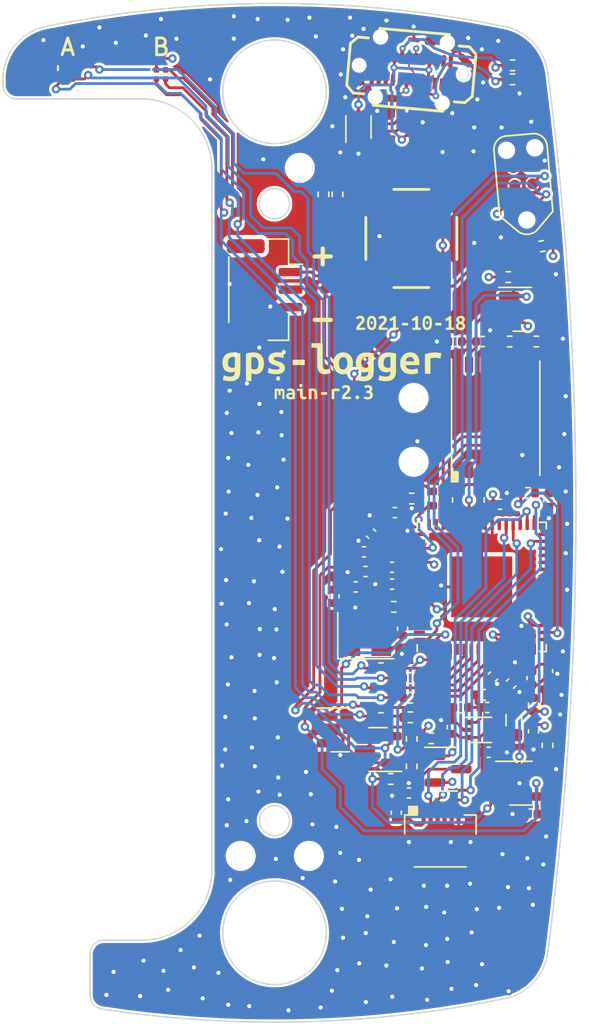
<source format=kicad_pcb>
(kicad_pcb (version 20210925) (generator pcbnew)
  (title_block (title "gps-logger-main") (date "2021-10-18") (rev "r2.3") (company "Greg Davill"))
  (layers (0 "F.Cu" signal) (1 "In1.Cu" signal) (2 "In2.Cu" signal) (31 "B.Cu" signal) (34 "B.Paste" user) (35 "F.Paste" user) (36 "B.SilkS" user "B.Silkscreen") (37 "F.SilkS" user "F.Silkscreen") (38 "B.Mask" user) (39 "F.Mask" user) (44 "Edge.Cuts" user))
  (net 0 "")
  (net 1 "GND")
  (net 2 "Net-(D1-Pad3)")
  (net 3 "Net-(D1-Pad4)")
  (net 4 "Net-(D1-Pad2)")
  (net 5 "Net-(D2-Pad3)")
  (net 6 "Net-(D2-Pad4)")
  (net 7 "Net-(D2-Pad2)")
  (net 8 "/MSP430/msp-usb-data+")
  (net 9 "/MSP430/msp-usb-data-")
  (net 10 "+3V3")
  (net 11 "/MSP430/pp-msp-vcore")
  (net 12 "/MSP430/pp-msp-1v8")
  (net 13 "pp-vbat")
  (net 14 "Net-(C14-Pad2)")
  (net 15 "Net-(F1-Pad1)")
  (net 16 "Net-(F2-Pad2)")
  (net 19 "Net-(J3-PadA5)")
  (net 20 "usb-d+")
  (net 21 "usb-d-")
  (net 27 "Net-(J3-PadB5)")
  (net 32 "Net-(L1-Pad1)")
  (net 33 "batt-sense-en")
  (net 34 "Net-(Q1-Pad3)")
  (net 35 "Net-(Q2-Pad3)")
  (net 36 "Net-(R7-Pad2)")
  (net 37 "batt-sense")
  (net 59 "/MSP430/msp-usb-pu")
  (net 66 "od-chg-status")
  (net 70 "pp-vbus")
  (net 71 "Net-(C22-Pad2)")
  (net 72 "gnss-copi")
  (net 73 "gnss-cipo")
  (net 74 "gnss-pps")
  (net 75 "/MSP430/sbw-rst")
  (net 76 "/MSP430/sbw-test")
  (net 77 "gnss-vcc-en")
  (net 78 "sdmmc-vcc-en")
  (net 79 "button-pwr")
  (net 80 "led-b-r")
  (net 81 "led-b-g")
  (net 82 "led-b-b")
  (net 83 "led-a-r")
  (net 84 "led-a-g")
  (net 85 "led-a-b")
  (net 86 "sdmmc-cs")
  (net 87 "Net-(R23-Pad2)")
  (net 88 "sdmmc-clk")
  (net 89 "Net-(R24-Pad2)")
  (net 90 "sdmmc-copi")
  (net 91 "Net-(R25-Pad2)")
  (net 92 "sdmmc-cipo")
  (net 93 "Net-(R26-Pad2)")
  (net 94 "Net-(U1-Pad57)")
  (net 95 "Net-(U1-Pad58)")
  (net 98 "gnss-vbackup")
  (net 99 "Net-(C17-Pad2)")
  (net 100 "Net-(C18-Pad2)")
  (net 101 "Net-(C20-Pad1)")
  (footprint "gps-logger:EVQ_switch" (layer "F.Cu") (at 161.25 82.975 180)
    (fp_text reference "SW1" hide)
    (fp_text value "SW_Push" hide)
  )
  (footprint "gps-logger:gsd_logo_small" (layer "F.Cu") (at 146.475 70.125)
    (fp_text reference "G***" hide)
    (fp_text value "LOGO" hide)
  )
  (footprint "gps-logger:oshw_small" (layer "F.Cu") (at 146.45 67.8625)
    (fp_text reference "G***" hide)
    (fp_text value "LOGO" hide)
  )
  (footprint "gps-logger:0404LED_RGB" (layer "F.Cu") (at 136.7125 71.275)
    (fp_text reference "D1" hide)
    (fp_text value "LED_ABGR" hide)
  )
  (footprint "gps-logger:0404LED_RGB" (layer "F.Cu") (at 143.375 71.275)
    (fp_text reference "D2" hide)
    (fp_text value "LED_ABGR" hide)
  )
  (footprint "gps-logger:M1.6_Mounting Hole" (layer "F.Cu") (at 153.2875 77.9375)
    (fp_text reference "REF**" hide)
    (fp_text value "M1.6_Mounting Hole" hide)
  )
  (footprint "gps-logger:M1.6_Mounting Hole" (layer "F.Cu") (at 149.0625 127.0125)
    (fp_text reference "REF**" hide)
    (fp_text value "M1.6_Mounting Hole" hide)
  )
  (footprint "gps-logger:M1.6_Mounting Hole" (layer "F.Cu") (at 153.9375 127.0125)
    (fp_text reference "REF**" hide)
    (fp_text value "M1.6_Mounting Hole" hide)
  )
  (footprint "gps-logger:M1.6_Mounting Hole" (layer "F.Cu") (at 161.4125 98.9)
    (fp_text reference "REF**" hide)
    (fp_text value "M1.6_Mounting Hole" hide)
  )
  (footprint "gps-logger:M1.6_Mounting Hole" (layer "F.Cu") (at 161.4125 94.35)
    (fp_text reference "REF**" hide)
    (fp_text value "M1.6_Mounting Hole" hide)
  )
  (footprint "gps-logger:usbc_vert_10132328" (layer "F.Cu") (at 161.25 70.95 -5)
    (fp_text reference "J3" hide)
    (fp_text value "USB_C_Receptacle" hide)
  )
  (footprint "Capacitor_SMD:C_0402_1005Metric" (layer "F.Cu") (at 167.575 101.925)
    (fp_text reference "C3" hide)
    (fp_text value "0.1uF" hide)
  )
  (footprint "Capacitor_SMD:C_0402_1005Metric" (layer "F.Cu") (at 164.375 90.325 180)
    (fp_text reference "C23" hide)
    (fp_text value "4.7uF" hide)
  )
  (footprint "Capacitor_SMD:C_0402_1005Metric" (layer "F.Cu") (at 169.975 116.225 90)
    (fp_text reference "C15" hide)
    (fp_text value "4.7uF" hide)
  )
  (footprint "Resistor_SMD:R_0402_1005Metric" (layer "F.Cu") (at 159.775 121.525 180)
    (fp_text reference "R11" hide)
    (fp_text value "47k" hide)
  )
  (footprint "Resistor_SMD:R_0402_1005Metric" (layer "F.Cu") (at 161.175 115.725 180)
    (fp_text reference "R16" hide)
    (fp_text value "220R" hide)
  )
  (footprint "Package_TO_SOT_SMD:SOT-23-5" (layer "F.Cu") (at 169.075 121.825)
    (fp_text reference "U3" hide)
    (fp_text value "MCP73832" hide)
  )
  (footprint "Resistor_SMD:R_0402_1005Metric" (layer "F.Cu") (at 164.775 116.425)
    (fp_text reference "R10" hide)
    (fp_text value "47k" hide)
  )
  (footprint "Capacitor_SMD:C_0402_1005Metric" (layer "F.Cu") (at 160.175 123.925 90)
    (fp_text reference "C19" hide)
    (fp_text value "4.7uF" hide)
  )
  (footprint "Resistor_SMD:R_0402_1005Metric" (layer "F.Cu") (at 160 109.25)
    (fp_text reference "R8" hide)
    (fp_text value "1M" hide)
  )
  (footprint "Capacitor_SMD:C_0402_1005Metric" (layer "F.Cu") (at 159.875 107.625)
    (fp_text reference "C8" hide)
    (fp_text value "0.1uF" hide)
  )
  (footprint "Capacitor_SMD:C_0402_1005Metric" (layer "F.Cu") (at 166.775 119.625)
    (fp_text reference "C12" hide)
    (fp_text value "100nF" hide)
  )
  (footprint "Resistor_SMD:R_0402_1005Metric" (layer "F.Cu") (at 159.075 115.025 180)
    (fp_text reference "R21" hide)
    (fp_text value "220R" hide)
  )
  (footprint "Capacitor_SMD:C_0402_1005Metric" (layer "F.Cu") (at 169.775 124.025 180)
    (fp_text reference "C11" hide)
    (fp_text value "4.7uF" hide)
  )
  (footprint "Capacitor_SMD:C_0402_1005Metric" (layer "F.Cu") (at 167.075 114.225 -135)
    (fp_text reference "C4" hide)
    (fp_text value "0.1uF" hide)
  )
  (footprint "Capacitor_SMD:C_0402_1005Metric" (layer "F.Cu") (at 157.275 107.825 180)
    (fp_text reference "C9" hide)
    (fp_text value "4.7uF" hide)
  )
  (footprint "Resistor_SMD:R_0402_1005Metric" (layer "F.Cu") (at 159.075 116.425 180)
    (fp_text reference "R17" hide)
    (fp_text value "220R" hide)
  )
  (footprint "gps-logger:LGA-8_8x6_Pitch1.27mm" (layer "F.Cu") (at 167.275 95.725 90)
    (fp_text reference "U5" hide)
    (fp_text value "XTSDxxG" hide)
  )
  (footprint "Inductor_SMD:L_0805_2012Metric" (layer "F.Cu") (at 168.575 117.325 90)
    (fp_text reference "L1" hide)
    (fp_text value "2.2uH" hide)
  )
  (footprint "Resistor_SMD:R_0402_1005Metric" (layer "F.Cu") (at 161.175 114.325 180)
    (fp_text reference "R20" hide)
    (fp_text value "220R" hide)
  )
  (footprint "Package_TO_SOT_SMD:SOT-23" (layer "F.Cu") (at 158.875 119.425 180)
    (fp_text reference "Q2" hide)
    (fp_text value "AP3401" hide)
  )
  (footprint "Capacitor_SMD:C_0402_1005Metric" (layer "F.Cu") (at 169.975 118.125 -90)
    (fp_text reference "C16" hide)
    (fp_text value "4.7uF" hide)
  )
  (footprint "Capacitor_SMD:C_0402_1005Metric" (layer "F.Cu") (at 164.175 117.825 90)
    (fp_text reference "C13" hide)
    (fp_text value "4.7uF" hide)
  )
  (footprint "kibuzzard-616D4B20" (layer "F.Cu") (at 155.575 91.8)
    (fp_text reference "kibuzzard-616D4B20" hide)
    (fp_text value "G***" hide)
  )
  (footprint "Package_TO_SOT_SMD:SOT-666" (layer "F.Cu") (at 166.175 118.025)
    (fp_text reference "U4" hide)
    (fp_text value "TLV62569DRL" hide)
  )
  (footprint "Resistor_SMD:R_0402_1005Metric" (layer "F.Cu") (at 159.075 113.625 180)
    (fp_text reference "R19" hide)
    (fp_text value "220R" hide)
  )
  (footprint "Resistor_SMD:R_0402_1005Metric" (layer "F.Cu") (at 161.275 101.525)
    (fp_text reference "R3" hide)
    (fp_text value "470k" hide)
  )
  (footprint "Resistor_SMD:R_0402_1005Metric" (layer "F.Cu") (at 168.475 70.625)
    (fp_text reference "R5" hide)
    (fp_text value "5.1k" hide)
  )
  (footprint "Capacitor_SMD:C_0402_1005Metric" (layer "F.Cu") (at 161.075 122.525)
    (fp_text reference "C18" hide)
    (fp_text value "0.1uF" hide)
  )
  (footprint "Capacitor_SMD:C_0402_1005Metric" (layer "F.Cu") (at 158.375 104.025 135)
    (fp_text reference "C2" hide)
    (fp_text value "10pF" hide)
  )
  (footprint "Fuse:Fuse_0402_1005Metric" (layer "F.Cu") (at 155.075 86.125 90)
    (fp_text reference "F2" hide)
    (fp_text value "0.5A" hide)
  )
  (footprint "Package_DFN_QFN:QFN-64-1EP_9x9mm_P0.5mm_EP4.35x4.35mm" (layer "F.Cu") (at 166.275 107.825 90)
    (fp_text reference "U1" hide)
    (fp_text value "MSP430F5514" hide)
  )
  (footprint "Package_TO_SOT_SMD:SOT-666" (layer "F.Cu") (at 157.475 75.025 90)
    (fp_text reference "U2" hide)
    (fp_text value "UAT56A05L05" hide)
  )
  (footprint "Resistor_SMD:R_0402_1005Metric" (layer "F.Cu") (at 170.975 119.125 -90)
    (fp_text reference "R7" hide)
    (fp_text value "10k" hide)
  )
  (footprint "Resistor_SMD:R_0402_1005Metric" (layer "F.Cu") (at 170.575 83.525 9)
    (fp_text reference "R22" hide)
    (fp_text value "47k" hide)
  )
  (footprint "Resistor_SMD:R_0402_1005Metric" (layer "F.Cu") (at 162.775 101.525 -90)
    (fp_text reference "R4" hide)
    (fp_text value "1.4k" hide)
  )
  (footprint "Package_TO_SOT_SMD:SOT-23" (layer "F.Cu") (at 156.175 118.025)
    (fp_text reference "Q1" hide)
    (fp_text value "AP3400" hide)
  )
  (footprint "Resistor_SMD:R_0402_1005Metric" (layer "F.Cu") (at 168.475 71.625)
    (fp_text reference "R6" hide)
    (fp_text value "5.1k" hide)
  )
  (footprint "Capacitor_SMD:C_0402_1005Metric" (layer "F.Cu") (at 171.075 101.625 90)
    (fp_text reference "C17" hide)
    (fp_text value "0.1uF" hide)
  )
  (footprint "Resistor_SMD:R_0402_1005Metric" (layer "F.Cu") (at 170.175 90.325 180)
    (fp_text reference "R25" hide)
    (fp_text value "22R" hide)
  )
  (footprint "Resistor_SMD:R_0402_1005Metric" (layer "F.Cu") (at 161.275 120.625 90)
    (fp_text reference "R13" hide)
    (fp_text value "100k" hide)
  )
  (footprint "Package_TO_SOT_SMD:SOT-23" (layer "F.Cu") (at 163.875 120.825)
    (fp_text reference "Q3" hide)
    (fp_text value "AP3401" hide)
  )
  (footprint "Resistor_SMD:R_0402_1005Metric" (layer "F.Cu") (at 155.975 79.825 -90)
    (fp_text reference "R1" hide)
    (fp_text value "22R" hide)
  )
  (footprint "Capacitor_SMD:C_0402_1005Metric" (layer "F.Cu") (at 160.625 110.8 -90)
    (fp_text reference "C25" hide)
    (fp_text value "18pF" hide)
  )
  (footprint "Capacitor_SMD:C_0402_1005Metric" (layer "F.Cu") (at 157.975 106.725 180)
    (fp_text reference "C20" hide)
    (fp_text value "4.7uF" hide)
  )
  (footprint "Capacitor_SMD:C_0402_1005Metric" (layer "F.Cu") (at 155.725 108.5 90)
    (fp_text reference "C24" hide)
    (fp_text value "18pF" hide)
  )
  (footprint "Capacitor_SMD:C_0402_1005Metric" (layer "F.Cu") (at 159.875 106.425)
    (fp_text reference "C21" hide)
    (fp_text value "0.1uF" hide)
  )
  (footprint "gps-logger:TC2030-NL_SMALL" (layer "F.Cu") (at 169.275 79.125 95)
    (fp_text reference "J2" hide)
    (fp_text value "tag-connect" hide)
  )
  (footprint "Capacitor_SMD:C_0402_1005Metric" (layer "F.Cu") (at 166.675 116.425 180)
    (fp_text reference "C14" hide)
    (fp_text value "6.8pF" hide)
  )
  (footprint "Capacitor_SMD:C_0402_1005Metric" (layer "F.Cu") (at 166.355 90.325 180)
    (fp_text reference "C22" hide)
    (fp_text value "0.1uF" hide)
  )
  (footprint "Resistor_SMD:R_0402_1005Metric" (layer "F.Cu") (at 154.975 79.825 -90)
    (fp_text reference "R2" hide)
    (fp_text value "22R" hide)
  )
  (footprint "Capacitor_SMD:C_0402_1005Metric" (layer "F.Cu") (at 168.375 114.725 -135)
    (fp_text reference "C5" hide)
    (fp_text value "0.1uF" hide)
  )
  (footprint "Capacitor_SMD:C_0402_1005Metric" (layer "F.Cu") (at 160.075 102.525)
    (fp_text reference "C1" hide)
    (fp_text value "10pF" hide)
  )
  (footprint "Package_TO_SOT_SMD:SOT-23" (layer "F.Cu") (at 169.175 88.025)
    (fp_text reference "Q4" hide)
    (fp_text value "AP3401" hide)
  )
  (footprint "kibuzzard-616D4B33" (layer "F.Cu") (at 155 93.9)
    (fp_text reference "kibuzzard-616D4B33" hide)
    (fp_text value "G***" hide)
  )
  (footprint "Resistor_SMD:R_0402_1005Metric" (layer "F.Cu") (at 169.575 101.125)
    (fp_text reference "R14" hide)
    (fp_text value "22R" hide)
  )
  (footprint "Resistor_SMD:R_0402_1005Metric" (layer "F.Cu") (at 166.075 101.625 90)
    (fp_text reference "R24" hide)
    (fp_text value "22R" hide)
  )
  (footprint "Resistor_SMD:R_0402_1005Metric" (layer "F.Cu") (at 168.275 90.325)
    (fp_text reference "R26" hide)
    (fp_text value "22R" hide)
  )
  (footprint "kibuzzard-616D4B58" (layer "F.Cu") (at 161.2 89)
    (fp_text reference "kibuzzard-616D4B58" hide)
    (fp_text value "G***" hide)
  )
  (footprint "Resistor_SMD:R_0402_1005Metric" (layer "F.Cu") (at 166.375 115.525)
    (fp_text reference "R9" hide)
    (fp_text value "210K" hide)
  )
  (footprint "Resistor_SMD:R_0402_1005Metric" (layer "F.Cu") (at 161.275 118.665 90)
    (fp_text reference "R12" hide)
    (fp_text value "100k" hide)
  )
  (footprint "Crystal:Crystal_SMD_Abracon_ABM8G-4Pin_3.2x2.5mm" (layer "F.Cu") (at 158 111.3)
    (fp_text reference "Y1" hide)
    (fp_text value "8MHz" hide)
  )
  (footprint "Resistor_SMD:R_0402_1005Metric" (layer "F.Cu") (at 164.575 101.625 90)
    (fp_text reference "R23" hide)
    (fp_text value "22R" hide)
  )
  (footprint "Resistor_SMD:R_0402_1005Metric" (layer "F.Cu") (at 162.675 118.625 180)
    (fp_text reference "R15" hide)
    (fp_text value "47k" hide)
  )
  (footprint "Capacitor_SMD:C_0402_1005Metric" (layer "F.Cu") (at 157.875 105.325 180)
    (fp_text reference "C10" hide)
    (fp_text value "100nF" hide)
  )
  (footprint "Resistor_SMD:R_0402_1005Metric" (layer "F.Cu") (at 168.175 85.725 180)
    (fp_text reference "R27" hide)
    (fp_text value "47k" hide)
  )
  (footprint "Capacitor_SMD:C_0402_1005Metric" (layer "F.Cu") (at 170.975 113.825 90)
    (fp_text reference "C6" hide)
    (fp_text value "0.1uF" hide)
  )
  (footprint "Resistor_SMD:R_0402_1005Metric" (layer "F.Cu") (at 161.175 117.125 180)
    (fp_text reference "R18" hide)
    (fp_text value "220R" hide)
  )
  (footprint "Fuse:Fuse_0402_1005Metric" (layer "F.Cu") (at 161.975 75.625)
    (fp_text reference "F1" hide)
    (fp_text value "0.5A" hide)
  )
  (footprint "gps-logger:Hirose_FH34SRJ-16S-0.5SH_1x16-1MP_P0.50mm_Horizontal" (layer "F.Cu") (at 163.375 125.525)
    (fp_text reference "J1" hide)
    (fp_text value "gnss-conn" hide)
  )
  (footprint "Capacitor_SMD:C_0402_1005Metric" (layer "F.Cu") (at 169.875 114.325 -90)
    (fp_text reference "C7" hide)
    (fp_text value "4.7uF" hide)
  )
  (footprint "Connector_JST:JST_GH_SM03B-GHS-TB_1x03-1MP_P1.25mm_Horizontal" (layer "F.Cu") (at 150.775 86.625 -90)
    (fp_text reference "J4" hide)
    (fp_text value "Conn_01x03_MountingPin" hide)
  )
  (footprint "gps-logger:Fiducial_1mm_Dia_2.54mm_Outer_CopperBottom" (layer "B.Cu") (at 134.1125 71.1125)
    (fp_text reference "REF**" hide)
    (fp_text value "Fiducial_1mm_Dia_2.54mm_Outer_CopperBottom" hide)
  )
  (footprint "gps-logger:Fiducial_1mm_Dia_2.54mm_Outer_CopperBottom" (layer "B.Cu") (at 168.5625 134.1625)
    (fp_text reference "REF**" hide)
    (fp_text value "Fiducial_1mm_Dia_2.54mm_Outer_CopperBottom" hide)
  )
  (gr_circle (center 151.480119 72.513078) (end 147.786348 72.513078) (layer "Edge.Cuts") (width 0.1) (fill none))
  (gr_circle (center 151.480119 80.5) (end 150.408302 80.5) (layer "Edge.Cuts") (width 0.1) (fill none))
  (gr_circle (center 151.480119 132.493771) (end 147.786348 132.493771) (layer "Edge.Cuts") (width 0.1) (fill none))
  (gr_circle (center 151.480119 124.5) (end 150.408302 124.5) (layer "Edge.Cuts") (width 0.1) (fill none))
  (gr_arc (start 167.10129 71.7094) (end 171.00648 71.179577) (angle -70.3225646) (layer "Edge.Cuts") (width 0.1))
  (gr_arc (start 167.1 133.35) (end 168.31633 137.096166) (angle -63.4298281) (layer "Edge.Cuts") (width 0.1))
  (gr_arc (start 151.535345 148.498981) (end 167.91738 67.853856) (angle -22.96488456) (layer "Edge.Cuts") (width 0.1))
  (gr_arc (start 139.30384 136.943962) (end 138.30384 136.943962) (angle -81.36747744) (layer "Edge.Cuts") (width 0.1))
  (gr_arc (start 139.30384 134.025566) (end 139.30384 133.025566) (angle -90) (layer "Edge.Cuts") (width 0.1))
  (gr_arc (start 142.00648 128.025566) (end 142.00648 133.025566) (angle -90) (layer "Edge.Cuts") (width 0.1))
  (gr_arc (start 151.450462 57.864985) (end 139.153743 137.932633) (angle -20.74834571) (layer "Edge.Cuts") (width 0.1))
  (gr_line (start 138.30384 134.025566) (end 138.30384 136.943962) (layer "Edge.Cuts") (width 0.1))
  (gr_line (start 147.00648 78.025566) (end 147.00648 128.025566) (layer "Edge.Cuts") (width 0.1))
  (gr_line (start 142.00648 133.025566) (end 139.30384 133.025566) (layer "Edge.Cuts") (width 0.1))
  (gr_arc (start -73.442166 102.512321) (end 170.99458 133.937766) (angle -14.63009944) (layer "Edge.Cuts") (width 0.1))
  (gr_arc (start 142.00648 78.025566) (end 147.00648 78.025566) (angle -90) (layer "Edge.Cuts") (width 0.1))
  (gr_line (start 133.085674 73.025566) (end 142.00648 73.025566) (layer "Edge.Cuts") (width 0.1))
  (gr_arc (start 135.908266 71.607813) (end 135.15395 67.853726) (angle -75.56037879) (layer "Edge.Cuts") (width 0.1))
  (gr_arc (start 133.085674 72.025566) (end 132.085675 72.027172) (angle -89.90799673) (layer "Edge.Cuts") (width 0.1))
  (gr_line (start 132.084671 71.402184) (end 132.085675 72.027172) (layer "Edge.Cuts") (width 0.1))
  (gr_text "B" (at 143.375 69.325) (layer "F.SilkS") (effects (font (size 1.2 1.2) (thickness 0.2))))
  (gr_text "A" (at 136.7125 69.325) (layer "F.SilkS") (effects (font (size 1.2 1.2) (thickness 0.2))))
  (gr_text "+" (at 154.925 84.15) (layer "F.SilkS") (effects (font (size 1.5 1.5) (thickness 0.3))))
  (gr_text "-" (at 154.925 88.675) (layer "F.SilkS") (effects (font (size 1.5 1.5) (thickness 0.3))))
  (segment (start 160.175 123.445) (end 160.175 122.945) (width 0.2) (layer "F.Cu") (net 1))
  (segment (start 151.225 87.875) (end 151.175 87.825) (width 0.2) (layer "F.Cu") (net 1))
  (segment (start 168.975 115.325) (end 169.555 115.325) (width 0.2) (layer "F.Cu") (net 1))
  (segment (start 159.867185 72.987232) (end 159.7875 73.7125) (width 0.2) (layer "F.Cu") (net 1))
  (segment (start 152.625 87.875) (end 151.225 87.875) (width 0.2) (layer "F.Cu") (net 1))
  (segment (start 164.175 117.345) (end 164.175 116.515) (width 0.2) (layer "F.Cu") (net 1))
  (segment (start 151.175 87.825) (end 149.475 87.825) (width 0.2) (layer "F.Cu") (net 1))
  (segment (start 169.796896 77.804489) (end 170.395511 77.804489) (width 0.2) (layer "F.Cu") (net 1))
  (segment (start 164.923479 72.275208) (end 165.8 71.6) (width 0.2) (layer "F.Cu") (net 1))
  (segment (start 161.275 121.135) (end 161.275 121.611415) (width 0.2) (layer "F.Cu") (net 1))
  (segment (start 167.025 102.840006) (end 167.207503 102.657503) (width 0.2) (layer "F.Cu") (net 1))
  (segment (start 164.175 69.8125) (end 164.5 69.4875) (width 0.2) (layer "F.Cu") (net 1))
  (segment (start 160.625 111.525) (end 160 112.15) (width 0.2) (layer "F.Cu") (net 1))
  (segment (start 158.216666 72.25) (end 158 72.575) (width 0.2) (layer "F.Cu") (net 1))
  (segment (start 171.075 102.105) (end 171.075 102.925) (width 0.2) (layer "F.Cu") (net 1))
  (segment (start 166.275 105.025) (end 166.275 107.825) (width 0.2) (layer "F.Cu") (net 1))
  (segment (start 164.575 125.125) (end 164.075 125.625) (width 0.2) (layer "F.Cu") (net 1))
  (segment (start 157.395 105.325) (end 157.395 104.605) (width 0.2) (layer "F.Cu") (net 1))
  (segment (start 167.207503 102.657503) (end 167.642497 102.657503) (width 0.2) (layer "F.Cu") (net 1))
  (segment (start 160.125 112.15) (end 159.1 112.15) (width 0.2) (layer "F.Cu") (net 1))
  (segment (start 160.275 68.1875) (end 160.275 67.8625) (width 0.2) (layer "F.Cu") (net 1))
  (segment (start 160.175 122.945) (end 160.095 122.945) (width 0.2) (layer "F.Cu") (net 1))
  (segment (start 168.055 102.025) (end 168.055 101.145) (width 0.2) (layer "F.Cu") (net 1))
  (segment (start 165.625 127.12) (end 165.625 126.175) (width 0.2) (layer "F.Cu") (net 1))
  (segment (start 162.225 73.875) (end 162.225 74.525) (width 0.2) (layer "F.Cu") (net 1))
  (segment (start 170.975 118.615) (end 169.985 118.615) (width 0.2) (layer "F.Cu") (net 1))
  (segment (start 165.8 70.95) (end 165.097791 70.282818) (width 0.2) (layer "F.Cu") (net 1))
  (segment (start 165.8 71.6) (end 165.8 70.95) (width 0.2) (layer "F.Cu") (net 1))
  (segment (start 168.055 102.245) (end 168.055 102.025) (width 0.2) (layer "F.Cu") (net 1))
  (segment (start 161.275 102.225) (end 161.475 102.225) (width 0.2) (layer "F.Cu") (net 1))
  (segment (start 169.025 112.275) (end 169.025 112.827178) (width 0.2) (layer "F.Cu") (net 1))
  (segment (start 164.175 117.345) (end 163.395 117.345) (width 0.2) (layer "F.Cu") (net 1))
  (segment (start 160 112.15) (end 159.1 112.15) (width 0.2) (layer "F.Cu") (net 1))
  (segment (start 168.985 72.615) (end 168.975 72.625) (width 0.2) (layer "F.Cu") (net 1))
  (segment (start 168.651089 113.201089) (end 168.651089 113.483905) (width 0.2) (layer "F.Cu") (net 1))
  (segment (start 160.625 111.28) (end 160.625 111.525) (width 0.2) (layer "F.Cu") (net 1))
  (segment (start 169.18 99.475) (end 169.18 98.43) (width 0.2) (layer "F.Cu") (net 1))
  (segment (start 169.112229 110.606109) (end 169.356109 110.606109) (width 0.2) (layer "F.Cu") (net 1))
  (segment (start 167.025 104.275) (end 166.275 105.025) (width 0.2) (layer "F.Cu") (net 1))
  (segment (start 161.825 104.075) (end 161.225 104.075) (width 0.2) (layer "F.Cu") (net 1))
  (segment (start 164.061439 70.367818) (end 164.175 69.8125) (width 0.2) (layer "F.Cu") (net 1))
  (segment (start 161.125 127.12) (end 161.125 126.075) (width 0.2) (layer "F.Cu") (net 1))
  (segment (start 171.395 114.305) (end 171.675 114.025) (width 0.2) (layer "F.Cu") (net 1))
  (segment (start 163.225 107.575) (end 163.375 107.725) (width 0.2) (layer "F.Cu") (net 1))
  (segment (start 149.425 89.725) (end 149.425 87.775) (width 0.2) (layer "F.Cu") (net 1))
  (segment (start 156.795 106.87) (end 156.795 107.825) (width 0.2) (layer "F.Cu") (net 1))
  (segment (start 162.7125 68.35) (end 162.875 68.025) (width 0.2) (layer "F.Cu") (net 1))
  (segment (start 161.275 121.611415) (end 161.070043 121.816372) (width 0.2) (layer "F.Cu") (net 1))
  (segment (start 168.651089 113.483905) (end 168.035589 114.099405) (width 0.2) (layer "F.Cu") (net 1))
  (segment (start 169.875 114.805) (end 170.295 114.805) (width 0.2) (layer "F.Cu") (net 1))
  (segment (start 164.625 124.125) (end 164.625 125.075) (width 0.2) (layer "F.Cu") (net 1))
  (segment (start 164.295 117.345) (end 164.175 117.345) (width 0.2) (layer "F.Cu") (net 1))
  (segment (start 166.914236 114.743058) (end 166.735589 114.564411) (width 0.2) (layer "F.Cu") (net 1))
  (segment (start 170.975 114.305) (end 171.395 114.305) (width 0.2) (layer "F.Cu") (net 1))
  (segment (start 168.985 71.625) (end 168.985 72.615) (width 0.2) (layer "F.Cu") (net 1))
  (segment (start 163.475 107.825) (end 163.375 107.725) (width 0.2) (layer "F.Cu") (net 1))
  (segment (start 158.325 72.0875) (end 158.216666 72.25) (width 0.2) (layer "F.Cu") (net 1))
  (segment (start 162.225 74.525) (end 162.0625 74.6875) (width 0.2) (layer "F.Cu") (net 1))
  (segment (start 159 86.375) (end 159 82.8375) (width 0.2) (layer "F.Cu") (net 1))
  (segment (start 165.25 118.025) (end 164.975 118.025) (width 0.2) (layer "F.Cu") (net 1))
  (segment (start 159 82.8375) (end 158.975 82.8125) (width 0.2) (layer "F.Cu") (net 1))
  (segment (start 160.095 122.945) (end 159.875 122.725) (width 0.2) (layer "F.Cu") (net 1))
  (segment (start 169.356109 110.606109) (end 170.025 111.275) (width 0.2) (layer "F.Cu") (net 1))
  (segment (start 155.725 107.475) (end 156.425 106.775) (width 0.2) (layer "F.Cu") (net 1))
  (segment (start 164.923479 72.275208) (end 164.0125 72.9) (width 0.2) (layer "F.Cu") (net 1))
  (segment (start 156.7 70.95) (end 156.7 70.3) (width 0.2) (layer "F.Cu") (net 1))
  (segment (start 160.975 102.525) (end 160.555 102.525) (width 0.2) (layer "F.Cu") (net 1))
  (segment (start 170.395511 77.804489) (end 170.775 77.425) (width 0.2) (layer "F.Cu") (net 1))
  (segment (start 169.025 112.827178) (end 168.651089 113.201089) (width 0.2) (layer "F.Cu") (net 1))
  (segment (start 161.785 101.915) (end 161.785 101.525) (width 0.2) (layer "F.Cu") (net 1))
  (segment (start 161.825 107.575) (end 163.225 107.575) (width 0.2) (layer "F.Cu") (net 1))
  (segment (start 156.7 106.775) (end 156.795 106.87) (width 0.2) (layer "F.Cu") (net 1))
  (segment (start 156.7 106.775) (end 156.75 106.725) (width 0.2) (layer "F.Cu") (net 1))
  (segment (start 157.402209 71.617182) (end 156.7 70.95) (width 0.2) (layer "F.Cu") (net 1))
  (segment (start 155.725 108.02) (end 155.725 107.475) (width 0.2) (layer "F.Cu") (net 1))
  (segment (start 167.025 103.375) (end 167.025 102.840006) (width 0.2) (layer "F.Cu") (net 1))
  (segment (start 164.975 118.025) (end 164.295 117.345) (width 0.2) (layer "F.Cu") (net 1))
  (segment (start 162.632815 68.912768) (end 162.7125 68.35) (width 0.2) (layer "F.Cu") (net 1))
  (segment (start 165.625 126.175) (end 165.475 126.025) (width 0.2) (layer "F.Cu") (net 1))
  (segment (start 164.0125 72.9) (end 164.175 73.225) (width 0.2) (layer "F.Cu") (net 1))
  (segment (start 158.65 69.325) (end 158.4875 69) (width 0.2) (layer "F.Cu") (net 1))
  (segment (start 159 79.575) (end 159 82.7875) (width 0.2) (layer "F.Cu") (net 1))
  (segment (start 156.7 70.3) (end 157.576521 69.624792) (width 0.2) (layer "F.Cu") (net 1))
  (segment (start 168.035589 114.099405) (end 168.035589 115.064411) (width 0.2) (layer "F.Cu") (net 1))
  (segment (start 161.125 126.075) (end 161.075 126.025) (width 0.2) (layer "F.Cu") (net 1))
  (segment (start 166.275 107.825) (end 163.475 107.825) (width 0.2) (layer "F.Cu") (net 1))
  (segment (start 156.025 118.975) (end 156.175 119.125) (width 0.2) (layer "F.Cu") (net 1))
  (segment (start 161.275 102.225) (end 160.975 102.525) (width 0.2) (layer "F.Cu") (net 1))
  (segment (start 170.025 111.275) (end 170.025 112.275) (width 0.2) (layer "F.Cu") (net 1))
  (segment (start 160.241951 68.703597) (end 160.275 68.1875) (width 0.2) (layer "F.Cu") (net 1))
  (segment (start 159.395 107.625) (end 159.395 106.425) (width 0.2) (layer "F.Cu") (net 1))
  (segment (start 162.258049 73.196403) (end 162.225 73.875) (width 0.2) (layer "F.Cu") (net 1))
  (segment (start 149.475 87.825) (end 149.425 87.775) (width 0.2) (layer "F.Cu") (net 1))
  (segment (start 158.035589 102.964411) (end 158.035589 103.685589) (width 0.2) (layer "F.Cu") (net 1))
  (segment (start 170.295 114.805) (end 170.795 114.305) (width 0.2) (layer "F.Cu") (net 1))
  (segment (start 164.075 125.625) (end 164.075 126.025) (width 0.2) (layer "F.Cu") (net 1))
  (segment (start 166.835 89.565) (end 166.875 89.525) (width 0.2) (layer "F.Cu") (net 1))
  (segment (start 167.255 119.625) (end 168.075 119.625) (width 0.2) (layer "F.Cu") (net 1))
  (segment (start 157.25 109.3) (end 156.9 109.65) (width 0.2) (layer "F.Cu") (net 1))
  (segment (start 168.055 101.145) (end 168.075 101.125) (width 0.2) (layer "F.Cu") (net 1))
  (segment (start 169.295 124.025) (end 168.475 124.025) (width 0.2) (layer "F.Cu") (net 1))
  (segment (start 166.835 90.325) (end 166.835 89.565) (width 0.2) (layer "F.Cu") (net 1))
  (segment (start 161.475 102.225) (end 161.785 101.915) (width 0.2) (layer "F.Cu") (net 1))
  (segment (start 168.985 71.625) (end 168.985 70.625) (width 0.2) (layer "F.Cu") (net 1))
  (segment (start 156.175 119.125) (end 156.175 119.425) (width 0.2) (layer "F.Cu") (net 1))
  (segment (start 156.175 119.425) (end 156.175 119.825) (width 0.2) (layer "F.Cu") (net 1))
  (segment (start 161.062615 73.091819) (end 160.925 73.875) (width 0.2) (layer "F.Cu") (net 1))
  (segment (start 163.917632 72.011539) (end 164.0125 72.9) (width 0.2) (layer "F.Cu") (net 1))
  (segment (start 164.175 116.515) (end 164.265 116.425) (width 0.2) (layer "F.Cu") (net 1))
  (segment (start 169.985 118.615) (end 169.975 118.605) (width 0.2) (layer "F.Cu") (net 1))
  (segment (start 156.9 109.65) (end 156.9 110.45) (width 0.2) (layer "F.Cu") (net 1))
  (segment (start 167.372707 114.743058) (end 166.914236 114.743058) (width 0.2) (layer "F.Cu") (net 1))
  (segment (start 158.275 102.725) (end 158.035589 102.964411) (width 0.2) (layer "F.Cu") (net 1))
  (segment (start 158.4875 69) (end 158.325 68.675) (width 0.2) (layer "F.Cu") (net 1))
  (segment (start 163.917632 72.011539) (end 164.061439 70.367818) (width 0.2) (layer "F.Cu") (net 1))
  (segment (start 157.395 104.605) (end 157.475 104.525) (width 0.2) (layer "F.Cu") (net 1))
  (segment (start 155.2375 118.975) (end 156.025 118.975) (width 0.2) (layer "F.Cu") (net 1))
  (segment (start 157.402209 71.617182) (end 158.216666 72.25) (width 0.2) (layer "F.Cu") (net 1))
  (segment (start 158.438561 71.532182) (end 158.582368 69.888461) (width 0.2) (layer "F.Cu") (net 1))
  (segment (start 163.895 90.325) (end 163.075 90.325) (width 0.2) (layer "F.Cu") (net 1))
  (segment (start 160.575 112.6) (end 160.125 112.15) (width 0.2) (layer "F.Cu") (net 1))
  (segment (start 167.9375 121.825) (end 168.975 121.825) (width 0.2) (layer "F.Cu") (net 1))
  (segment (start 167.642497 102.657503) (end 168.055 102.245) (width 0.2) (layer "F.Cu") (net 1))
  (segment (start 156.75 106.725) (end 157.495 106.725) (width 0.2) (layer "F.Cu") (net 1))
  (segment (start 156.425 106.775) (end 156.7 106.775) (width 0.2) (layer "F.Cu") (net 1))
  (segment (start 164.625 125.075) (end 164.575 125.125) (width 0.2) (layer "F.Cu") (net 1))
  (segment (start 169.18 98.43) (end 169.175 98.425) (width 0.2) (layer "F.Cu") (net 1))
  (segment (start 160.175 122.945) (end 160.595 122.525) (width 0.2) (layer "F.Cu") (net 1))
  (segment (start 158.438561 71.532182) (end 158.325 72.0875) (width 0.2) (layer "F.Cu") (net 1))
  (segment (start 169.975 118.605) (end 169.975 119.425) (width 0.2) (layer "F.Cu") (net 1))
  (segment (start 157.576521 69.624792) (end 158.4875 69) (width 0.2) (layer "F.Cu") (net 1))
  (segment (start 167.375 108.925) (end 166.275 107.825) (width 0.2) (layer "F.Cu") (net 1))
  (segment (start 169.555 115.325) (end 169.975 115.745) (width 0.2) (layer "F.Cu") (net 1))
  (segment (start 157.475 75.95) (end 157.475 76.925) (width 0.2) (layer "F.Cu") (net 1))
  (segment (start 158.675 107.625) (end 159.395 107.625) (width 0.2) (layer "F.Cu") (net 1))
  (segment (start 170.795 114.305) (end 170.975 114.305) (width 0.2) (layer "F.Cu") (net 1))
  (segment (start 161.225 104.075) (end 160.975 103.825) (width 0.2) (layer "F.Cu") (net 1))
  (segment (start 149.425 87.775) (end 149.425 83.525) (width 0.2) (layer "F.Cu") (net 1))
  (segment (start 164.5 69.4875) (end 164.825 69.1625) (width 0.2) (layer "F.Cu") (net 1))
  (segment (start 163.395 117.345) (end 163.375 117.325) (width 0.2) (layer "F.Cu") (net 1))
  (segment (start 161.437385 68.808181) (end 161.437385 67.887385) (width 0.2) (layer "F.Cu") (net 1))
  (segment (start 165.097791 70.282818) (end 164.5 69.4875) (width 0.2) (layer "F.Cu") (net 1))
  (segment (start 158.582368 69.888461) (end 158.65 69.325) (width 0.2) (layer "F.Cu") (net 1))
  (segment (start 159 82.7875) (end 158.975 82.8125) (width 0.2) (layer "F.Cu") (net 1))
  (segment (start 167.025 103.375) (end 167.025 104.275) (width 0.2) (layer "F.Cu") (net 1))
  (segment (start 161.437385 67.887385) (end 161.4125 67.8625) (width 0.2) (layer "F.Cu") (net 1))
  (via (at 151.499804 109.409591) (size 0.6) (drill 0.3) (layers "F.Cu" "B.Cu") (net 1))
  (via (at 165.3125 68.675) (size 0.6) (drill 0.3) (layers "F.Cu" "B.Cu") (net 1))
  (via (at 165.9625 73.0625) (size 0.6) (drill 0.3) (layers "F.Cu" "B.Cu") (net 1))
  (via (at 139.986569 135.285334) (size 0.6) (drill 0.3) (layers "F.Cu" "B.Cu") (net 1))
  (via (at 163.806971 129.140471) (size 0.6) (drill 0.3) (layers "F.Cu" "B.Cu") (net 1))
  (via (at 161.075 126.025) (size 0.6) (drill 0.3) (layers "F.Cu" "B.Cu") (net 1))
  (via (at 162.0625 74.6875) (size 0.6) (drill 0.3) (layers "F.Cu" "B.Cu") (net 1))
  (via (at 151.636139 114.631603) (size 0.6) (drill 0.3) (layers "F.Cu" "B.Cu") (net 1))
  (via (at 139.475 136.925) (size 0.6) (drill 0.3) (layers "F.Cu" "B.Cu") (net 1))
  (via (at 169.80619 74.650919) (size 0.6) (drill 0.3) (layers "F.Cu" "B.Cu") (net 1))
  (via (at 172.275 101.025) (size 0.6) (drill 0.3) (layers "F.Cu" "B.Cu") (net 1))
  (via (at 151.447438 112.903915) (size 0.6) (drill 0.3) (layers "F.Cu" "B.Cu") (net 1))
  (via (at 167.648867 82.896201) (size 0.6) (drill 0.3) (layers "F.Cu" "B.Cu") (net 1))
  (via (at 151.98959 97.003943) (size 0.6) (drill 0.3) (layers "F.Cu" "B.Cu") (net 1))
  (via (at 171.799939 99.299253) (size 0.6) (drill 0.3) (layers "F.Cu" "B.Cu") (net 1))
  (via (at 148.169338 122.97811) (size 0.6) (drill 0.3) (layers "F.Cu" "B.Cu") (net 1))
  (via (at 163.375 107.725) (size 0.6) (drill 0.3) (layers "F.Cu" "B.Cu") (net 1))
  (via (at 172.075 90.125) (size 0.6) (drill 0.3) (layers "F.Cu" "B.Cu") (net 1))
  (via (at 151.835353 104.948549) (size 0.6) (drill 0.3) (layers "F.Cu" "B.Cu") (net 1))
  (via (at 149.475 124.525) (size 0.6) (drill 0.3) (layers "F.Cu" "B.Cu") (net 1))
  (via (at 167.454002 68.886636) (size 0.6) (drill 0.3) (layers "F.Cu" "B.Cu") (net 1))
  (via (at 157.512262 127.290055) (size 0.6) (drill 0.3) (layers "F.Cu" "B.Cu") (net 1))
  (via (at 144.775 133.725) (size 0.6) (drill 0.3) (layers "F.Cu" "B.Cu") (net 1))
  (via (at 171.075 102.925) (size 0.6) (drill 0.3) (layers "F.Cu" "B.Cu") (net 1))
  (via (at 167.372707 114.743058) (size 0.6) (drill 0.3) (layers "F.Cu" "B.Cu") (net 1))
  (via (at 169.975 119.425) (size 0.6) (drill 0.3) (layers "F.Cu" "B.Cu") (net 1))
  (via (at 150.429704 110.83579) (size 0.6) (drill 0.3) (layers "F.Cu" "B.Cu") (net 1))
  (via (at 161.681065 97.442744) (size 0.6) (drill 0.3) (layers "F.Cu" "B.Cu") (net 1))
  (via (at 157.25 109.3) (size 0.6) (drill 0.3) (layers "F.Cu" "B.Cu") (net 1))
  (via (at 148.675 91.225) (size 0.6) (drill 0.3) (layers "F.Cu" "B.Cu") (net 1))
  (via (at 171.875 116.925) (size 0.6) (drill 0.3) (layers "F.Cu" "B.Cu") (net 1))
  (via (at 150.413842 112.675561) (size 0.6) (drill 0.3) (layers "F.Cu" "B.Cu") (net 1))
  (via (at 149.658538 108.981482) (size 0.6) (drill 0.3) (layers "F.Cu" "B.Cu") (net 1))
  (via (at 150.275 67.325) (size 0.6) (drill 0.3) (layers "F.Cu" "B.Cu") (net 1))
  (via (at 158.002724 137.434828) (size 0.6) (drill 0.3) (layers "F.Cu" "B.Cu") (net 1))
  (via (at 156.175 119.825) (size 0.6) (drill 0.3) (layers "F.Cu" "B.Cu") (net 1))
  (via (at 159.886608 137.047072) (size 0.6) (drill 0.3) (layers "F.Cu" "B.Cu") (net 1))
  (via (at 141.879161 137.009676) (size 0.6) (drill 0.3) (layers "F.Cu" "B.Cu") (net 1))
  (via (at 164.075 126.025) (size 0.6) (drill 0.3) (layers "F.Cu" "B.Cu") (net 1))
  (via (at 147.474023 135.347599) (size 0.6) (drill 0.3) (layers "F.Cu" "B.Cu") (net 1))
  (via (at 148.275 86.225) (size 0.6) (drill 0.3) (layers "F.Cu" "B.Cu") (net 1))
  (via (at 152.143877 91.079749) (size 0.6) (drill 0.3) (layers "F.Cu" "B.Cu") (net 1))
  (via (at 147.658675 105.133459) (size 0.6) (drill 0.3) (layers "F.Cu" "B.Cu") (net 1))
  (via (at 158.109815 131.316091) (size 0.6) (drill 0.3) (layers "F.Cu" "B.Cu") (net 1))
  (via (at 148.175 98.625) (size 0.6) (drill 0.3) (layers "F.Cu" "B.Cu") (net 1))
  (via (at 150.070486 117.196044) (size 0.6) (drill 0.3) (layers "F.Cu" "B.Cu") (net 1))
  (via (at 152.126327 98.746705) (size 0.6) (drill 0.3) (layers "F.Cu" "B.Cu") (net 1))
  (via (at 160.975 103.825) (size 0.6) (drill 0.3) (layers "F.Cu" "B.Cu") (net 1))
  (via (at 143.877892 136.561566) (size 0.6) (drill 0.3) (layers "F.Cu" "B.Cu") (net 1))
  (via (at 147.956953 119.426332) (size 0.6) (drill 0.3) (layers "F.Cu" "B.Cu") (net 1))
  (via (at 148.075 124.825) (size 0.6) (drill 0.3) (layers "F.Cu" "B.Cu") (net 1))
  (via (at 166.375 71.85) (size 0.6) (drill 0.3) (layers "F.Cu" "B.Cu") (net 1))
  (via (at 160.575 112.6) (size 0.6) (drill 0.3) (layers "F.Cu" "B.Cu") (net 1))
  (via (at 163.845518 134.575777) (size 0.6) (drill 0.3) (layers "F.Cu" "B.Cu") (net 1))
  (via (at 149.611946 99.120024) (size 0.6) (drill 0.3) (layers "F.Cu" "B.Cu") (net 1))
  (via (at 165.685651 76.757142) (size 0.6) (drill 0.3) (layers "F.Cu" "B.Cu") (net 1))
  (via (at 156.5375 72.9) (size 0.6) (drill 0.3) (layers "F.Cu" "B.Cu") (net 1))
  (via (at 148.575 67.125) (size 0.6) (drill 0.3) (layers "F.Cu" "B.Cu") (net 1))
  (via (at 156.7 106.775) (size 0.6) (drill 0.3) (layers "F.Cu" "B.Cu") (net 1))
  (via (at 156.373379 132.85189) (size 0.6) (drill 0.3) (layers "F.Cu" "B.Cu") (net 1))
  (via (at 146.121634 132.698066) (size 0.6) (drill 0.3) (layers "F.Cu" "B.Cu") (net 1))
  (via (at 166.2875 69.4875) (size 0.6) (drill 0.3) (layers "F.Cu" "B.Cu") (net 1))
  (via (at 147.964877 117.097334) (size 0.6) (drill 0.3) (layers "F.Cu" "B.Cu") (net 1))
  (via (at 150.051505 115.249851) (size 0.6) (drill 0.3) (layers "F.Cu" "B.Cu") (net 1))
  (via (at 172.175 96.925) (size 0.6) (drill 0.3) (layers "F.Cu" "B.Cu") (net 1))
  (via (at 172.275 94.225) (size 0.6) (drill 0.3) (layers "F.Cu" "B.Cu") (net 1))
  (via (at 150.010675 107.426237) (size 0.6) (drill 0.3) (layers "F.Cu" "B.Cu") (net 1))
  (via (at 169.175 98.425) (size 0.6) (drill 0.3) (layers "F.Cu" "B.Cu") (net 1))
  (via (at 151.671273 100.730371) (size 0.6) (drill 0.3) (layers "F.Cu" "B.Cu") (net 1))
  (via (at 143.552018 135.2084) (size 0.6) (drill 0.3) (layers "F.Cu" "B.Cu") (net 1))
  (via (at 166.875 89.525) (size 0.6) (drill 0.3) (layers "F.Cu" "B.Cu") (net 1))
  (via (at 161.275 102.225) (size 0.6) (drill 0.3) (layers "F.Cu" "B.Cu") (net 1))
  (via (at 148.075 95.425) (size 0.6) (drill 0.3) (layers "F.Cu" "B.Cu") (net 1))
  (via (at 148.317918 128.726294) (size 0.6) (drill 0.3) (layers "F.Cu" "B.Cu") (net 1))
  (via (at 170.675 127.625) (size 0.6) (drill 0.3) (layers "F.Cu" "B.Cu") (net 1))
  (via (at 151.739344 92.958018) (size 0.6) (drill 0.3) (layers "F.Cu" "B.Cu") (net 1))
  (via (at 169.926288 130.499986) (size 0.6) (drill 0.3) (layers "F.Cu" "B.Cu") (net 1))
  (via (at 158.975 82.8125) (size 0.6) (drill 0.3) (layers "F.Cu" "B.Cu") (net 1))
  (via (at 150.076771 120.615912) (size 0.6) (drill 0.3) (layers "F.Cu" "B.Cu") (net 1))
  (via (at 147.737239 120.569706) (size 0.6) (drill 0.3) (layers "F.Cu" "B.Cu") (net 1))
  (via (at 164.117155 136.491703) (size 0.6) (drill 0.3) (layers "F.Cu" "B.Cu") (net 1))
  (via (at 148.06217 110.498971) (size 0.6) (drill 0.3) (layers "F.Cu" "B.Cu") (net 1))
  (via (at 144.475 68.725) (size 0.6) (drill 0.3) (layers "F.Cu" "B.Cu") (net 1))
  (via (at 158.8125 73.875) (size 0.6) (drill 0.3) (layers "F.Cu" "B.Cu") (net 1))
  (via (at 172.075 112.425) (size 0.6) (drill 0.3) (layers "F.Cu" "B.Cu") (net 1))
  (via (at 163.075 90.325) (size 0.6) (drill 0.3) (layers "F.Cu" "B.Cu") (net 1))
  (via (at 168.975 121.825) (size 0.6) (drill 0.3) (layers "F.Cu" "B.Cu") (net 1))
  (via (at 162.298408 133.369488) (size 0.6) (drill 0.3) (layers "F.Cu" "B.Cu") (net 1))
  (via (at 163.375 117.325) (size 0.6) (drill 0.3) (layers "F.Cu" "B.Cu") (net 1))
  (via (at 168.475 124.025) (size 0.6) (drill 0.3) (layers "F.Cu" "B.Cu") (net 1))
  (via (at 154.775 137.825) (size 0.6) (drill 0.3) (layers "F.Cu" "B.Cu") (net 1))
  (via (at 168.975 72.625) (size 0.6) (drill 0.3) (layers "F.Cu" "B.Cu") (net 1))
  (via (at 170.775 77.425) (size 0.6) (drill 0.3) (layers "F.Cu" "B.Cu") (net 1))
  (via (at 161.070043 121.816372) (size 0.6) (drill 0.3) (layers "F.Cu" "B.Cu") (net 1))
  (via (at 159.475 67.425) (size 0.6) (drill 0.3) (layers "F.Cu" "B.Cu") (net 1))
  (via (at 168.149755 129.235233) (size 0.6) (drill 0.3) (layers "F.Cu" "B.Cu") (net 1))
  (via (at 138.975 67.925) (size 0.6) (drill 0.3) (layers "F.Cu" "B.Cu") (net 1))
  (via (at 157.52558 134.683115) (size 0.6) (drill 0.3) (layers "F.Cu" "B.Cu") (net 1))
  (via (at 151.575 127.225) (size 0.6) (drill 0.3) (layers "F.Cu" "B.Cu") (net 1))
  (via (at 158.347821 129.418673) (size 0.6) (drill 0.3) (layers "F.Cu" "B.Cu") (net 1))
  (via (at 160.232834 130.746749) (size 0.6) (drill 0.3) (layers "F.Cu" "B.Cu") (net 1))
  (via (at 154.073085 122.613482) (size 0.6) (drill 0.3) (layers "F.Cu" "B.Cu") (net 1))
  (via (at 163.482911 76.809256) (size 0.6) (drill 0.3) (layers "F.Cu" "B.Cu") (net 1))
  (via (at 154.428622 68.566815) (size 0.6) (drill 0.3) (layers "F.Cu" "B.Cu") (net 1))
  (via (at 150.384311 104.493763) (size 0.6) (drill 0.3) (layers "F.Cu" "B.Cu") (net 1))
  (via (at 160.000955 133.15254) (size 0.6) (drill 0.3) (layers "F.Cu" "B.Cu") (net 1))
  (via (at 162.146026 129.137984) (size 0.6) (drill 0.3) (layers "F.Cu" "B.Cu") (net 1))
  (via (at 165.556867 132.464251) (size 0.6) (drill 0.3) (layers "F.Cu" "B.Cu") (net 1))
  (via (at 140.147438 69.019767) (size 0.6) (drill 0.3) (layers "F.Cu" "B.Cu") (net 1))
  (via (at 171.975 115.525) (size 0.6) (drill 0.3) (layers "F.Cu" "B.Cu") (net 1))
  (via (at 168.075 101.125) (size 0.6) (drill 0.3) (layers "F.Cu" "B.Cu") (net 1))
  (via (at 154.191723 124.754624) (size 0.6) (drill 0.3) (layers "F.Cu" "B.Cu") (net 1))
  (via (at 148.400715 112.848587) (size 0.6) (drill 0.3) (layers "F.Cu" "B.Cu") (net 1))
  (via (at 171.593151 120.821722) (size 0.6) (drill 0.3) (layers "F.Cu" "B.Cu") (net 1))
  (via (at 151.845954 122.651426) (size 0.6) (drill 0.3) (layers "F.Cu" "B.Cu") (net 1))
  (via (at 151.746537 121.418784) (size 0.6) (drill 0.3) (layers "F.Cu" "B.Cu") (net 1))
  (via (at 165.475 126.025) (size 0.6) (drill 0.3) (layers "F.Cu" "B.Cu") (net 1))
  (via (at 151.175 87.825) (size 0.6) (drill 0.3) (layers "F.Cu" "B.Cu") (net 1))
  (via (at 149.819253 102.905127) (size 0.6) (drill 0.3) (layers "F.Cu" "B.Cu") (net 1))
  (via (at 147.695729 109.026089) (size 0.6) (drill 0.3) (layers "F.Cu" "B.Cu") (net 1))
  (via (at 160.925 73.875) (size 0.5) (drill 0.25) (layers "F.Cu" "B.Cu") (net 1))
  (via (at 165.875 136.225) (size 0.6) (drill 0.3) (layers "F.Cu" "B.Cu") (net 1))
  (via (at 152.04363 106.747315) (size 0.6) (drill 0.3) (layers "F.Cu" "B.Cu") (net 1))
  (via (at 167.75817 126.886299) (size 0.6) (drill 0.3) (layers "F.Cu" "B.Cu") (net 1))
  (via (at 151.614047 110.858625) (size 0.6) (drill 0.3) (layers "F.Cu" "B.Cu") (net 1))
  (via (at 162.380397 137.279714) (size 0.6) (drill 0.3) (layers "F.Cu" "B.Cu") (net 1))
  (via (at 157.475 76.925) (size 0.6) (drill 0.3) (layers "F.Cu" "B.Cu") (net 1))
  (via (at 156.2125 71.275) (size 0.6) (drill 0.3) (layers "F.Cu" "B.Cu") (net 1))
  (via (at 152.417591 67.384134) (size 0.6) (drill 0.3) (layers "F.Cu" "B.Cu") (net 1))
  (via (at 159.464026 134.828506) (size 0.6) (drill 0.3) (layers "F.Cu" "B.Cu") (net 1))
  (via (at 164.175 74.0375) (size 0.6) (drill 0.3) (layers "F.Cu" "B.Cu") (net 1))
  (via (at 172.275 105.425) (size 0.6) (drill 0.3) (layers "F.Cu" "B.Cu") (net 1))
  (via (at 168.075 119.625) (size 0.6) (drill 0.3) (layers "F.Cu" "B.Cu") (net 1))
  (via (at 148.398432 96.847446) (size 0.6) (drill 0.3) (layers "F.Cu" "B.Cu") (net 1))
  (via (at 158.275 102.725) (size 0.6) (drill 0.3) (layers "F.Cu" "B.Cu") (net 1))
  (via (at 152.475 138.025) (size 0.6) (drill 0.3) (layers "F.Cu" "B.Cu") (net 1))
  (via (at 145.721778 134.963803) (size 0.6) (drill 0.3) (layers "F.Cu" "B.Cu") (net 1))
  (via (at 150.390956 90.761549) (size 0.6) (drill 0.3) (layers "F.Cu" "B.Cu") (net 1))
  (via (at 165.740818 83.291729) (size 0.6) (drill 0.3) (layers "F.Cu" "B.Cu") (net 1))
  (via (at 169.112229 110.606109) (size 0.6) (drill 0.3) (layers "F.Cu" "B.Cu") (net 1))
  (via (at 163.810528 132.92811) (size 0.6) (drill 0.3) (layers "F.Cu" "B.Cu") (net 1))
  (via (at 156.875 67.225) (size 0.6) (drill 0.3) (layers "F.Cu" "B.Cu") (net 1))
  (via (at 168.975 115.325) (size 0.6) (drill 0.3) (layers "F.Cu" "B.Cu") (net 1))
  (via (at 148.275 93.825) (size 0.6) (drill 0.3) (layers "F.Cu" "B.Cu") (net 1))
  (via (at 146.875 71.625) (size 0.6) (drill 0.3) (layers "F.Cu" "B.Cu") (net 1))
  (via (at 156.292147 130.791922) (size 0.6) (drill 0.3) (layers "F.Cu" "B.Cu") (net 1))
  (via (at 159.875 122.725) (size 0.6) (drill 0.3) (layers "F.Cu" "B.Cu") (net 1))
  (via (at 168.651089 113.201089) (size 0.6) (drill 0.3) (layers "F.Cu" "B.Cu") (net 1))
  (via (at 169.648762 129.31077) (size 0.6) (drill 0.3) (layers "F.Cu" "B.Cu") (net 1))
  (via (at 150.400178 94.772939) (size 0.6) (drill 0.3) (layers "F.Cu" "B.Cu") (net 1))
  (via (at 155.896275 124.942774) (size 0.6) (drill 0.3) (layers "F.Cu" "B.Cu") (net 1))
  (via (at 148.175 137.625) (size 0.6) (drill 0.3) (layers "F.Cu" "B.Cu") (net 1))
  (via (at 150.329316 122.425) (size 0.6) (drill 0.3) (layers "F.Cu" "B.Cu") (net 1))
  (via (at 171.675 114.025) (size 0.6) (drill 0.3) (layers "F.Cu" "B.Cu") (net 1))
  (via (at 159.765799 128.679694) (size 0.6) (drill 0.3) (layers "F.Cu" "B.Cu") (net 1))
  (via (at 142.12404 134.482702) (size 0.6) (drill 0.3) (layers "F.Cu" "B.Cu") (net 1))
  (via (at 151.716424 118.558789) (size 0.6) (drill 0.3) (layers "F.Cu" "B.Cu") (net 1))
  (via (at 137.791973 69.277363) (size 0.6) (drill 0.3) (layers "F.Cu" "B.Cu") (net 1))
  (via (at 148.198018 101.029594) (size 0.6) (drill 0.3) (layers "F.Cu" "B.Cu") (net 1))
  (via (at 155.608592 74.970607) (size 0.6) (drill 0.3) (layers "F.Cu" "B.Cu") (net 1))
  (via (at 158.675 107.625) (size 0.6) (drill 0.3) (layers "F.Cu" "B.Cu") (net 1))
  (via (at 151.971425 95.352384) (size 0.6) (drill 0.3) (layers "F.Cu" "B.Cu") (net 1))
  (via (at 148.145725 114.779632) (size 0.6) (drill 0.3) (layers "F.Cu" "B.Cu") (net 1))
  (via (at 147.990854 102.595785) (size 0.6) (drill 0.3) (layers "F.Cu" "B.Cu") (net 1))
  (via (at 165.742408 75.057985) (size 0.6) (drill 0.3) (layers "F.Cu" "B.Cu") (net 1))
  (via (at 167.519302 130.71504) (size 0.6) (drill 0.3) (layers "F.Cu" "B.Cu") (net 1))
  (via (at 172.375 108.025) (size 0.6) (drill 0.3) (layers "F.Cu" "B.Cu") (net 1))
  (via (at 157.8375 68.025) (size 0.6) (drill 0.3) (layers "F.Cu" "B.Cu") (net 1))
  (via (at 142.29129 68.499127) (size 0.6) (drill 0.3) (layers "F.Cu" "B.Cu") (net 1))
  (via (at 162.30983 130.649859) (size 0.6) (drill 0.3) (layers "F.Cu" "B.Cu") (net 1))
  (via (at 156.172935 126.798395) (size 0.6) (drill 0.3) (layers "F.Cu" "B.Cu") (net 1))
  (via (at 156.375 69.4875) (size 0.6) (drill 0.3) (layers "F.Cu" "B.Cu") (net 1))
  (via (at 162.007884 135.038854) (size 0.6) (drill 0.3) (layers "F.Cu" "B.Cu") (net 1))
  (via (at 153.484936 128.586586) (size 0.6) (drill 0.3) (layers "F.Cu" "B.Cu") (net 1))
  (via (at 165.444435 128.994691) (size 0.6) (drill 0.3) (layers "F.Cu" "B.Cu") (net 1))
  (via (at 157.998965 132.513632) (size 0.6) (drill 0.3) (layers "F.Cu" "B.Cu") (net 1))
  (via (at 157.475 104.525) (size 0.6) (drill 0.3) (layers "F.Cu" "B.Cu") (net 1))
  (via (at 155.575 136.625) (size 0.6) (drill 0.3) (layers "F.Cu" "B.Cu") (net 1))
  (via (at 172.375 103.325) (size 0.6) (drill 0.3) (layers "F.Cu" "B.Cu") (net 1))
  (via (at 156.174489 76.836359) (size 0.6) (drill 0.3) (layers "F.Cu" "B.Cu") (net 1))
  (via (at 150.329178 96.800587) (size 0.6) (drill 0.3) (layers "F.Cu" "B.Cu") (net 1))
  (via (at 149.675 137.725) (size 0.6) (drill 0.3) (layers "F.Cu" "B.Cu") (net 1))
  (via (at 153.730074 121.02286) (size 0.6) (drill 0.3) (layers "F.Cu" "B.Cu") (net 1))
  (via (at 155.80762 128.837436) (size 0.6) (drill 0.3) (layers "F.Cu" "B.Cu") (net 1))
  (via (at 153.975 67.225) (size 0.6) (drill 0.3) (layers "F.Cu" "B.Cu") (net 1))
  (via (at 148.575 68.725) (size 0.6) (drill 0.3) (layers "F.Cu" "B.Cu") (net 1))
  (via (at 150.265062 101.267508) (size 0.6) (drill 0.3) (layers "F.Cu" "B.Cu") (net 1))
  (via (at 171.575 85.525) (size 0.6) (drill 0.3) (layers "F.Cu" "B.Cu") (net 1))
  (via (at 146.353045 137.167901) (size 0.6) (drill 0.3) (layers "F.Cu" "B.Cu") (net 1))
  (via (at 165.921854 130.80612) (size 0.6) (drill 0.3) (layers "F.Cu" "B.Cu") (net 1))
  (via (at 155.962266 135.159121) (size 0.6) (drill 0.3) (layers "F.Cu" "B.Cu") (net 1))
  (via (at 149.866552 119.278068) (size 0.6) (drill 0.3) (layers "F.Cu" "B.Cu") (net 1))
  (via (at 166.297889 134.734909) (size 0.6) (drill 0.3) (layers "F.Cu" "B.Cu") (net 1))
  (via (at 167.693136 75.059132) (size 0.6) (drill 0.3) (layers "F.Cu" "B.Cu") (net 1))
  (via (at 157.025 68.5125) (size 0.6) (drill 0.3) (layers "F.Cu" "B.Cu") (net 1))
  (via (at 163.597288 131.043754) (size 0.6) (drill 0.3) (layers "F.Cu" "B.Cu") (net 1))
  (via (at 170.875 125.625) (size 0.6) (drill 0.3) (layers "F.Cu" "B.Cu") (net 1))
  (via (at 134.975 68.825) (size 0.6) (drill 0.3) (layers "F.Cu" "B.Cu") (net 1))
  (via (at 168.193326 136.658366) (size 0.6) (drill 0.3) (layers "F.Cu" "B.Cu") (net 1))
  (via (at 148.017922 107.337155) (size 0.6) (drill 0.3) (layers "F.Cu" "B.Cu") (net 1))
  (via (at 152.407406 102.953825) (size 0.6) (drill 0.3) (layers "F.Cu" "B.Cu") (net 1))
  (via (at 169.533706 127.176596) (size 0.6) (drill 0.3) (layers "F.Cu" "B.Cu") (net 1))
  (via (at 143.375 67.325) (size 0.6) (drill 0.3) (layers "F.Cu" "B.Cu") (net 1))
  (via (at 150.675 77.325) (size 0.6) (drill 0.3) (layers "F.Cu" "B.Cu") (net 1))
  (via (at 161.4125 67.8625) (size 0.6) (drill 0.3) (layers "F.Cu" "B.Cu") (net 1))
  (via (at 149.503635 93.320965) (size 0.6) (drill 0.3) (layers "F.Cu" "B.Cu") (net 1))
  (segment (start 138.175 71.325) (end 137.9 71.6) (width 0.2) (layer "F.Cu") (net 2))
  (segment (start 137.9 71.6) (end 137.0375 71.6) (width 0.2) (layer "F.Cu") (net 2))
  (segment (start 160.665 114.325) (end 159.078681 114.325) (width 0.2) (layer "F.Cu") (net 2))
  (via (at 138.175 71.325) (size 0.6) (drill 0.3) (layers "F.Cu" "B.Cu") (net 2))
  (via (at 159.078681 114.325) (size 0.6) (drill 0.3) (layers "F.Cu" "B.Cu") (net 2))
  (segment (start 153.792497 86.207503) (end 153.792497 84.542497) (width 0.2) (layer "B.Cu") (net 2))
  (segment (start 146.575 73.525) (end 144.575 71.525) (width 0.2) (layer "B.Cu") (net 2))
  (segment (start 153.275 82.825) (end 152.675 82.225) (width 0.2) (layer "B.Cu") (net 2))
  (segment (start 149.775 81.325) (end 149.775 79.425) (width 0.2) (layer "B.Cu") (net 2))
  (segment (start 148.175 77.225) (end 148.175 75.725) (width 0.2) (layer "B.Cu") (net 2))
  (segment (start 154.975 87.390006) (end 153.792497 86.207503) (width 0.2) (layer "B.Cu") (net 2))
  (segment (start 150.675 82.225) (end 149.775 81.325) (width 0.2) (layer "B.Cu") (net 2))
  (segment (start 153.275 84.025) (end 153.275 82.825) (width 0.2) (layer "B.Cu") (net 2))
  (segment (start 142.175 71.525) (end 138.375 71.525) (width 0.2) (layer "B.Cu") (net 2))
  (segment (start 144.575 71.525) (end 142.175 71.525) (width 0.2) (layer "B.Cu") (net 2))
  (segment (start 153.792497 84.542497) (end 153.275 84.025) (width 0.2) (layer "B.Cu") (net 2))
  (segment (start 147.375 74.925) (end 146.575 74.125) (width 0.2) (layer "B.Cu") (net 2))
  (segment (start 154.975 113.390006) (end 154.975 87.390006) (width 0.2) (layer "B.Cu") (net 2))
  (segment (start 138.375 71.525) (end 138.175 71.325) (width 0.2) (layer "B.Cu") (net 2))
  (segment (start 148.175 75.725) (end 147.375 74.925) (width 0.2) (layer "B.Cu") (net 2))
  (segment (start 146.575 74.125) (end 146.575 73.525) (width 0.2) (layer "B.Cu") (net 2))
  (segment (start 156.009513 114.424519) (end 154.975 113.390006) (width 0.2) (layer "B.Cu") (net 2))
  (segment (start 157.340006 114.325) (end 157.240487 114.424519) (width 0.2) (layer "B.Cu") (net 2))
  (segment (start 149.775 79.425) (end 148.175 77.825) (width 0.2) (layer "B.Cu") (net 2))
  (segment (start 148.175 77.825) (end 148.175 77.225) (width 0.2) (layer "B.Cu") (net 2))
  (segment (start 152.675 82.225) (end 150.675 82.225) (width 0.2) (layer "B.Cu") (net 2))
  (segment (start 157.240487 114.424519) (end 156.009513 114.424519) (width 0.2) (layer "B.Cu") (net 2))
  (segment (start 159.078681 114.325) (end 157.340006 114.325) (width 0.2) (layer "B.Cu") (net 2))
  (segment (start 158.565 113.625) (end 157.875 113.625) (width 0.2) (layer "F.Cu") (net 3))
  (segment (start 137.0375 70.95) (end 137.35 70.95) (width 0.2) (layer "F.Cu") (net 3))
  (segment (start 157.875 113.625) (end 157.675 113.425) (width 0.2) (layer "F.Cu") (net 3))
  (segment (start 137.35 70.95) (end 137.575 70.725) (width 0.2) (layer "F.Cu") (net 3))
  (segment (start 137.575 70.725) (end 138.775 70.725) (width 0.2) (layer "F.Cu") (net 3))
  (segment (start 138.775 70.725) (end 138.975 70.925) (width 0.2) (layer "F.Cu") (net 3))
  (via (at 157.675 113.425) (size 0.6) (drill 0.3) (layers "F.Cu" "B.Cu") (net 3))
  (via (at 138.975 70.925) (size 0.6) (drill 0.3) (layers "F.Cu" "B.Cu") (net 3))
  (segment (start 153.875 83.925) (end 154.275 84.325) (width 0.2) (layer "B.Cu") (net 3))
  (segment (start 147.275 74.225) (end 148.575 75.525) (width 0.2) (layer "B.Cu") (net 3))
  (segment (start 155.375 113.225) (end 156.175 114.025) (width 0.2) (layer "B.Cu") (net 3))
  (segment (start 155.375 87.225) (end 155.375 113.225) (width 0.2) (layer "B.Cu") (net 3))
  (segment (start 154.275 84.325) (end 154.275 86.125) (width 0.2) (layer "B.Cu") (net 3))
  (segment (start 148.575 75.525) (end 148.575 77.625) (width 0.2) (layer "B.Cu") (net 3))
  (segment (start 152.875 79.625) (end 153.375 79.625) (width 0.2) (layer "B.Cu") (net 3))
  (segment (start 149.275 78.325) (end 151.575 78.325) (width 0.2) (layer "B.Cu") (net 3))
  (segment (start 156.175 114.025) (end 157.075 114.025) (width 0.2) (layer "B.Cu") (net 3))
  (segment (start 147.275 73.625) (end 147.275 74.225) (width 0.2) (layer "B.Cu") (net 3))
  (segment (start 157.075 114.025) (end 157.675 113.425) (width 0.2) (layer "B.Cu") (net 3))
  (segment (start 154.275 86.125) (end 155.375 87.225) (width 0.2) (layer "B.Cu") (net 3))
  (segment (start 153.875 80.125) (end 153.875 83.925) (width 0.2) (layer "B.Cu") (net 3))
  (segment (start 138.975 70.925) (end 144.575 70.925) (width 0.2) (layer "B.Cu") (net 3))
  (segment (start 148.575 77.625) (end 149.275 78.325) (width 0.2) (layer "B.Cu") (net 3))
  (segment (start 153.375 79.625) (end 153.875 80.125) (width 0.2) (layer "B.Cu") (net 3))
  (segment (start 144.575 70.925) (end 147.275 73.625) (width 0.2) (layer "B.Cu") (net 3))
  (segment (start 151.575 78.325) (end 152.875 79.625) (width 0.2) (layer "B.Cu") (net 3))
  (segment (start 158.565 115.025) (end 157.975 115.025) (width 0.2) (layer "F.Cu") (net 4))
  (segment (start 157.975 115.025) (end 157.875 114.925) (width 0.2) (layer "F.Cu") (net 4))
  (segment (start 135.875 72.325) (end 135.875 72.1125) (width 0.2) (layer "F.Cu") (net 4))
  (segment (start 135.875 72.1125) (end 136.3875 71.6) (width 0.2) (layer "F.Cu") (net 4))
  (via (at 135.875 72.325) (size 0.6) (drill 0.3) (layers "F.Cu" "B.Cu") (net 4))
  (via (at 157.875 114.925) (size 0.6) (drill 0.3) (layers "F.Cu" "B.Cu") (net 4))
  (segment (start 146.175 74.025) (end 144.775 72.625) (width 0.2) (layer "B.Cu") (net 4))
  (segment (start 146.275 74.425) (end 146.175 74.325) (width 0.2) (layer "B.Cu") (net 4))
  (segment (start 147.675 77.025) (end 147.675 75.825) (width 0.2) (layer "B.Cu") (net 4))
  (segment (start 147.675 78.025) (end 147.675 77.025) (width 0.2) (layer "B.Cu") (net 4))
  (segment (start 154.475 87.455012) (end 153.359994 86.340006) (width 0.2) (layer "B.Cu") (net 4))
  (segment (start 146.175 74.325) (end 146.175 74.025) (width 0.2) (layer "B.Cu") (net 4))
  (segment (start 150.37452 82.62452) (end 149.275 81.525) (width 0.2) (layer "B.Cu") (net 4))
  (segment (start 153.359994 86.340006) (end 153.359994 84.809994) (width 0.2) (layer "B.Cu") (net 4))
  (segment (start 153.359994 84.809994) (end 152.775 84.225) (width 0.2) (layer "B.Cu") (net 4))
  (segment (start 154.475 113.455012) (end 154.475 87.455012) (width 0.2) (layer "B.Cu") (net 4))
  (segment (start 144.775 72.625) (end 144.675 72.625) (width 0.2) (layer "B.Cu") (net 4))
  (segment (start 143.175 72.025) (end 143.075 71.925) (width 0.2) (layer "B.Cu") (net 4))
  (segment (start 157.875 114.925) (end 155.944988 114.925) (width 0.2) (layer "B.Cu") (net 4))
  (segment (start 152.27548 82.62452) (end 150.37452 82.62452) (width 0.2) (layer "B.Cu") (net 4))
  (segment (start 139.075 71.925) (end 137.275 71.925) (width 0.2) (layer "B.Cu") (net 4))
  (segment (start 152.775 84.225) (end 152.775 83.12404) (width 0.2) (layer "B.Cu") (net 4))
  (segment (start 136.875 72.325) (end 135.875 72.325) (width 0.2) (layer "B.Cu") (net 4))
  (segment (start 137.275 71.925) (end 136.875 72.325) (width 0.2) (layer "B.Cu") (net 4))
  (segment (start 144.675 72.625) (end 143.775 72.625) (width 0.2) (layer "B.Cu") (net 4))
  (segment (start 149.275 81.525) (end 149.275 79.625) (width 0.2) (layer "B.Cu") (net 4))
  (segment (start 147.675 75.825) (end 146.275 74.425) (width 0.2) (layer "B.Cu") (net 4))
  (segment (start 149.275 79.625) (end 147.675 78.025) (width 0.2) (layer "B.Cu") (net 4))
  (segment (start 143.775 72.625) (end 143.175 72.025) (width 0.2) (layer "B.Cu") (net 4))
  (segment (start 143.075 71.925) (end 139.075 71.925) (width 0.2) (layer "B.Cu") (net 4))
  (segment (start 152.775 83.12404) (end 152.27548 82.62452) (width 0.2) (layer "B.Cu") (net 4))
  (segment (start 155.944988 114.925) (end 154.475 113.455012) (width 0.2) (layer "B.Cu") (net 4))
  (segment (start 157.175 116.325) (end 158.465 116.325) (width 0.2) (layer "F.Cu") (net 5))
  (segment (start 148.075 75.725) (end 146.62452 74.27452) (width 0.2) (layer "F.Cu") (net 5))
  (segment (start 143.7 71.95) (end 143.7 71.6) (width 0.2) (layer "F.Cu") (net 5))
  (segment (start 158.465 116.325) (end 158.565 116.425) (width 0.2) (layer "F.Cu") (net 5))
  (segment (start 148.075 80.225) (end 148.075 75.725) (width 0.2) (layer "F.Cu") (net 5))
  (segment (start 143.975 72.225) (end 143.7 71.95) (width 0.2) (layer "F.Cu") (net 5))
  (segment (start 157.075 116.225) (end 157.175 116.325) (width 0.2) (layer "F.Cu") (net 5))
  (segment (start 148.275 80.425) (end 148.075 80.225) (width 0.2) (layer "F.Cu") (net 5))
  (segment (start 144.940006 72.225) (end 143.975 72.225) (width 0.2) (layer "F.Cu") (net 5))
  (segment (start 146.62452 74.27452) (end 146.62452 73.909514) (width 0.2) (layer "F.Cu") (net 5))
  (segment (start 146.62452 73.909514) (end 144.940006 72.225) (width 0.2) (layer "F.Cu") (net 5))
  (via (at 157.075 116.225) (size 0.6) (drill 0.3) (layers "F.Cu" "B.Cu") (net 5))
  (via (at 148.275 80.425) (size 0.6) (drill 0.3) (layers "F.Cu" "B.Cu") (net 5))
  (segment (start 154.441454 115.326449) (end 154.607503 115.492497) (width 0.2) (layer "B.Cu") (net 5))
  (segment (start 155.340006 116.225) (end 157.075 116.225) (width 0.2) (layer "B.Cu") (net 5))
  (segment (start 148.251578 82.901578) (end 153.475 88.125) (width 0.2) (layer "B.Cu") (net 5))
  (segment (start 153.475 88.125) (end 153.475 114.82645) (width 0.2) (layer "B.Cu") (net 5))
  (segment (start 148.251578 81.700584) (end 148.251578 82.901578) (width 0.2) (layer "B.Cu") (net 5))
  (segment (start 153.975 115.32645) (end 154.441454 115.326449) (width 0.2) (layer "B.Cu") (net 5))
  (segment (start 153.475 114.82645) (end 153.975 115.32645) (width 0.2) (layer "B.Cu") (net 5))
  (segment (start 148.474511 80.624511) (end 148.474511 81.477651) (width 0.2) (layer "B.Cu") (net 5))
  (segment (start 148.474511 81.477651) (end 148.251578 81.700584) (width 0.2) (layer "B.Cu") (net 5))
  (segment (start 154.607503 115.492497) (end 155.340006 116.225) (width 0.2) (layer "B.Cu") (net 5))
  (segment (start 148.275 80.425) (end 148.474511 80.624511) (width 0.2) (layer "B.Cu") (net 5))
  (segment (start 147.075 73.625) (end 147.075 74.125) (width 0.2) (layer "F.Cu") (net 6))
  (segment (start 147.075 74.125) (end 148.375 75.425) (width 0.2) (layer "F.Cu") (net 6))
  (segment (start 145.675 72.225) (end 147.075 73.625) (width 0.2) (layer "F.Cu") (net 6))
  (segment (start 148.875 79.925) (end 149.075 80.125) (width 0.2) (layer "F.Cu") (net 6))
  (segment (start 149.075 81.725) (end 148.851089 81.948911) (width 0.2) (layer "F.Cu") (net 6))
  (segment (start 144 70.95) (end 144.575 71.525) (width 0.2) (layer "F.Cu") (net 6))
  (segment (start 148.475 75.525) (end 148.475 76.325) (width 0.2) (layer "F.Cu") (net 6))
  (segment (start 148.475 79.525) (end 148.875 79.925) (width 0.2) (layer "F.Cu") (net 6))
  (segment (start 149.075 80.925) (end 149.075 81.725) (width 0.2) (layer "F.Cu") (net 6))
  (segment (start 148.475 76.325) (end 148.475 79.525) (width 0.2) (layer "F.Cu") (net 6))
  (segment (start 144.975 71.525) (end 145.675 72.225) (width 0.2) (layer "F.Cu") (net 6))
  (segment (start 144.575 71.525) (end 144.975 71.525) (width 0.2) (layer "F.Cu") (net 6))
  (segment (start 160.665 115.725) (end 159.075 115.725) (width 0.2) (layer "F.Cu") (net 6))
  (segment (start 149.075 80.125) (end 149.075 80.925) (width 0.2) (layer "F.Cu") (net 6))
  (segment (start 143.7 70.95) (end 144 70.95) (width 0.2) (layer "F.Cu") (net 6))
  (segment (start 148.375 75.425) (end 148.475 75.525) (width 0.2) (layer "F.Cu") (net 6))
  (via (at 159.075 115.725) (size 0.6) (drill 0.3) (layers "F.Cu" "B.Cu") (net 6))
  (via (at 148.851089 81.948911) (size 0.6) (drill 0.3) (layers "F.Cu" "B.Cu") (net 6))
  (segment (start 154.275 114.825) (end 153.975 114.525) (width 0.2) (layer "B.Cu") (net 6))
  (segment (start 148.851089 82.801089) (end 148.851089 81.948911) (width 0.2) (layer "B.Cu") (net 6))
  (segment (start 154.675 114.825) (end 154.275 114.825) (width 0.2) (layer "B.Cu") (net 6))
  (segment (start 153.975 114.525) (end 153.975 87.925) (width 0.2) (layer "B.Cu") (net 6))
  (segment (start 153.975 87.925) (end 148.851089 82.801089) (width 0.2) (layer "B.Cu") (net 6))
  (segment (start 159.075 115.725) (end 157.475 115.725) (width 0.2) (layer "B.Cu") (net 6))
  (segment (start 157.475 115.725) (end 157.275 115.525) (width 0.2) (layer "B.Cu") (net 6))
  (segment (start 157.275 115.525) (end 155.375 115.525) (width 0.2) (layer "B.Cu") (net 6))
  (segment (start 155.375 115.525) (end 154.675 114.825) (width 0.2) (layer "B.Cu") (net 6))
  (segment (start 147.875 81.125) (end 147.675 80.925) (width 0.2) (layer "F.Cu") (net 7))
  (segment (start 147.675 80.925) (end 147.675 75.925) (width 0.2) (layer "F.Cu") (net 7))
  (segment (start 160.58452 117.04452) (end 160.665 117.125) (width 0.2) (layer "F.Cu") (net 7))
  (segment (start 143.05 72) (end 143.05 71.6) (width 0.2) (layer "F.Cu") (net 7))
  (segment (start 143.775 72.725) (end 143.05 72) (width 0.2) (layer "F.Cu") (net 7))
  (segment (start 144.875 72.725) (end 143.775 72.725) (width 0.2) (layer "F.Cu") (net 7))
  (segment (start 157.69452 117.04452) (end 160.58452 117.04452) (width 0.2) (layer "F.Cu") (net 7))
  (segment (start 147.675 75.925) (end 146.225 74.475) (width 0.2) (layer "F.Cu") (net 7))
  (segment (start 146.225 74.475) (end 146.225 74.075) (width 0.2) (layer "F.Cu") (net 7))
  (segment (start 146.225 74.075) (end 144.875 72.725) (width 0.2) (layer "F.Cu") (net 7))
  (segment (start 157.575 116.925) (end 157.69452 117.04452) (width 0.2) (layer "F.Cu") (net 7))
  (via (at 157.575 116.925) (size 0.6) (drill 0.3) (layers "F.Cu" "B.Cu") (net 7))
  (via (at 147.875 81.125) (size 0.6) (drill 0.3) (layers "F.Cu" "B.Cu") (net 7))
  (segment (start 147.675 83.125) (end 147.675 81.325) (width 0.2) (layer "B.Cu") (net 7))
  (segment (start 154.275969 115.725969) (end 153.67597 115.72597) (width 0.2) (layer "B.Cu") (net 7))
  (segment (start 152.975 88.425) (end 147.675 83.125) (width 0.2) (layer "B.Cu") (net 7))
  (segment (start 157.575 116.925) (end 155.475 116.925) (width 0.2) (layer "B.Cu") (net 7))
  (segment (start 152.975 115.025) (end 152.975 88.425) (width 0.2) (layer "B.Cu") (net 7))
  (segment (start 153.67597 115.72597) (end 152.975 115.025) (width 0.2) (layer "B.Cu") (net 7))
  (segment (start 155.475 116.925) (end 154.275969 115.725969) (width 0.2) (layer "B.Cu") (net 7))
  (segment (start 147.675 81.325) (end 147.875 81.125) (width 0.2) (layer "B.Cu") (net 7))
  (segment (start 155.725 80.585) (end 155.975 80.335) (width 0.3) (layer "F.Cu") (net 8))
  (segment (start 159.475 101.525) (end 159.425 101.575) (width 0.2) (layer "F.Cu") (net 8))
  (segment (start 159.425 101.575) (end 159.425 92.021446) (width 0.3) (layer "F.Cu") (net 8))
  (segment (start 160.975 100.625) (end 160.765 100.835) (width 0.2) (layer "F.Cu") (net 8))
  (segment (start 162.665 101.015) (end 162.275 100.625) (width 0.2) (layer "F.Cu") (net 8))
  (segment (start 160.765 100.835) (end 160.765 101.525) (width 0.2) (layer "F.Cu") (net 8))
  (segment (start 159.951777 103.948223) (end 159.425 103.421446) (width 0.3) (layer "F.Cu") (net 8))
  (segment (start 160.828554 104.825) (end 159.425 103.421446) (width 0.3) (layer "F.Cu") (net 8))
  (segment (start 157.125 83.321446) (end 155.725 81.921446) (width 0.3) (layer "F.Cu") (net 8))
  (segment (start 160.765 101.525) (end 159.475 101.525) (width 0.2) (layer "F.Cu") (net 8))
  (segment (start 159.425 92.021446) (end 157.125 89.721446) (width 0.3) (layer "F.Cu") (net 8))
  (segment (start 161.825 104.575) (end 161.340584 104.575) (width 0.3) (layer "F.Cu") (net 8))
  (segment (start 161.090584 104.825) (end 160.828554 104.825) (width 0.3) (layer "F.Cu") (net 8))
  (segment (start 157.125 89.721446) (end 157.125 83.321446) (width 0.3) (layer "F.Cu") (net 8))
  (segment (start 162.275 100.625) (end 160.975 100.625) (width 0.2) (layer "F.Cu") (net 8))
  (segment (start 155.725 81.921446) (end 155.725 80.585) (width 0.3) (layer "F.Cu") (net 8))
  (segment (start 161.340584 104.575) (end 161.090584 104.825) (width 0.3) (layer "F.Cu") (net 8))
  (segment (start 162.775 101.015) (end 162.665 101.015) (width 0.2) (layer "F.Cu") (net 8))
  (segment (start 159.595 102.525) (end 159.595 102.405) (width 0.3) (layer "F.Cu") (net 8))
  (segment (start 159.425 103.421446) (end 159.425 101.575) (width 0.3) (layer "F.Cu") (net 8))
  (segment (start 159.127045 103.951777) (end 159.248223 103.951777) (width 0.2) (layer "F.Cu") (net 9))
  (segment (start 159.248223 103.951777) (end 158.925 103.628554) (width 0.3) (layer "F.Cu") (net 9))
  (segment (start 160.621446 105.325) (end 159.248223 103.951777) (width 0.3) (layer "F.Cu") (net 9))
  (segment (start 161.090584 105.325) (end 160.621446 105.325) (width 0.3) (layer "F.Cu") (net 9))
  (segment (start 156.625 89.928554) (end 156.625 83.528554) (width 0.3) (layer "F.Cu") (net 9))
  (segment (start 155.225 80.585) (end 154.975 80.335) (width 0.3) (layer "F.Cu") (net 9))
  (segment (start 161.825 105.575) (end 161.340584 105.575) (width 0.3) (layer "F.Cu") (net 9))
  (segment (start 158.925 92.228554) (end 156.625 89.928554) (width 0.3) (layer "F.Cu") (net 9))
  (segment (start 159.598223 104.301777) (end 158.925 103.628554) (width 0.3) (layer "F.Cu") (net 9))
  (segment (start 158.714411 104.364411) (end 159.127045 103.951777) (width 0.2) (layer "F.Cu") (net 9))
  (segment (start 155.225 82.128554) (end 155.225 80.585) (width 0.3) (layer "F.Cu") (net 9))
  (segment (start 158.925 103.628554) (end 158.925 92.228554) (width 0.3) (layer "F.Cu") (net 9))
  (segment (start 156.625 83.528554) (end 155.225 82.128554) (width 0.3) (layer "F.Cu") (net 9))
  (segment (start 161.340584 105.575) (end 161.090584 105.325) (width 0.3) (layer "F.Cu") (net 9))
  (segment (start 170.755 116.705) (end 170.775 116.725) (width 0.2) (layer "F.Cu") (net 10))
  (segment (start 167.665 85.725) (end 166.775 85.725) (width 0.2) (layer "F.Cu") (net 10))
  (segment (start 169.275 111.425) (end 168.075 111.425) (width 0.2) (layer "F.Cu") (net 10))
  (segment (start 167.095 101.245) (end 167.075 101.225) (width 0.2) (layer "F.Cu") (net 10))
  (segment (start 169.975 116.705) (end 170.755 116.705) (width 0.2) (layer "F.Cu") (net 10))
  (segment (start 162.9375 121.775) (end 164.125 121.775) (width 0.2) (layer "F.Cu") (net 10))
  (segment (start 169.975 117.645) (end 170.695 117.645) (width 0.2) (layer "F.Cu") (net 10))
  (segment (start 167.525 112.275) (end 167.525 113.775) (width 0.2) (layer "F.Cu") (net 10))
  (segment (start 168.714411 113.985589) (end 169.525 113.175) (width 0.2) (layer "F.Cu") (net 10))
  (segment (start 167.675 116.425) (end 167.155 116.425) (width 0.2) (layer "F.Cu") (net 10))
  (segment (start 166.525 102.775) (end 167.095 102.205) (width 0.2) (layer "F.Cu") (net 10))
  (segment (start 167.155 116.005) (end 167.155 116.425) (width 0.2) (layer "F.Cu") (net 10))
  (segment (start 164.125 121.775) (end 164.175 121.725) (width 0.2) (layer "F.Cu") (net 10))
  (segment (start 143.05 70.65) (end 143.05 70.1375) (width 0.2) (layer "F.Cu") (net 10))
  (segment (start 168.575 116.2625) (end 167.8375 116.2625) (width 0.2) (layer "F.Cu") (net 10))
  (segment (start 166.885 115.525) (end 166.885 115.735) (width 0.2) (layer "F.Cu") (net 10))
  (segment (start 170.695 117.645) (end 170.775 117.725) (width 0.2) (layer "F.Cu") (net 10))
  (segment (start 169.525 112.275) (end 169.525 111.675) (width 0.2) (layer "F.Cu") (net 10))
  (segment (start 167.8375 116.2625) (end 167.675 116.425) (width 0.2) (layer "F.Cu") (net 10))
  (segment (start 171.375 83.741497) (end 171.078721 83.445218) (width 0.2) (layer "F.Cu") (net 10))
  (segment (start 168.2375 88.975) (end 169.325 88.975) (width 0.2) (layer "F.Cu") (net 10))
  (segment (start 167.075 111.225) (end 167.525 111.675) (width 0.2) (layer "F.Cu") (net 10))
  (segment (start 144.1875 70.1375) (end 143.05 70.1375) (width 0.2) (layer "F.Cu") (net 10))
  (segment (start 169.525 113.175) (end 169.525 112.275) (width 0.2) (layer "F.Cu") (net 10))
  (segment (start 169.525 111.675) (end 169.275 111.425) (width 0.2) (layer "F.Cu") (net 10))
  (segment (start 168.714411 114.385589) (end 168.714411 113.985589) (width 0.2) (layer "F.Cu") (net 10))
  (segment (start 143.05 70.95) (end 143.05 70.65) (width 0.2) (layer "F.Cu") (net 10))
  (segment (start 167.525 113.775) (end 167.414411 113.885589) (width 0.2) (layer "F.Cu") (net 10))
  (segment (start 168.075 111.425) (end 167.875 111.225) (width 0.2) (layer "F.Cu") (net 10))
  (segment (start 168.154489 80.445511) (end 167.375 81.225) (width 0.2) (layer "F.Cu") (net 10))
  (segment (start 171.375 84.225) (end 171.375 83.741497) (width 0.2) (layer "F.Cu") (net 10))
  (segment (start 168.753104 80.445511) (end 168.154489 80.445511) (width 0.2) (layer "F.Cu") (net 10))
  (segment (start 167.095 102.025) (end 167.095 101.245) (width 0.2) (layer "F.Cu") (net 10))
  (segment (start 167.525 111.675) (end 167.525 112.275) (width 0.2) (layer "F.Cu") (net 10))
  (segment (start 169.655 116.705) (end 169.975 116.705) (width 0.2) (layer "F.Cu") (net 10))
  (segment (start 169.975 117.645) (end 169.975 116.705) (width 0.2) (layer "F.Cu") (net 10))
  (segment (start 167.875 111.225) (end 167.075 111.225) (width 0.2) (layer "F.Cu") (net 10))
  (segment (start 137.0375 70.1375) (end 143.05 70.1375) (width 0.2) (layer "F.Cu") (net 10))
  (segment (start 162.165 118.625) (end 162.165 118.035) (width 0.2) (layer "F.Cu") (net 10))
  (segment (start 166.885 115.735) (end 167.155 116.005) (width 0.2) (layer "F.Cu") (net 10))
  (segment (start 166.525 103.375) (end 166.525 102.775) (width 0.2) (layer "F.Cu") (net 10))
  (segment (start 162.165 118.035) (end 162.475 117.725) (width 0.2) (layer "F.Cu") (net 10))
  (segment (start 169.325 88.975) (end 169.575 89.225) (width 0.2) (layer "F.Cu") (net 10))
  (segment (start 136.3875 70.95) (end 136.3875 70.4625) (width 0.2) (layer "F.Cu") (net 10))
  (segment (start 168.575 116.2625) (end 169.2125 116.2625) (width 0.2) (layer "F.Cu") (net 10))
  (segment (start 136.7125 70.1375) (end 137.0375 70.1375) (width 0.2) (layer "F.Cu") (net 10))
  (segment (start 136.3875 70.4625) (end 136.7125 70.1375) (width 0.2) (layer "F.Cu") (net 10))
  (segment (start 169.2125 116.2625) (end 169.655 116.705) (width 0.2) (layer "F.Cu") (net 10))
  (segment (start 167.095 102.205) (end 167.095 102.025) (width 0.2) (layer "F.Cu") (net 10))
  (via (at 169.575 89.225) (size 0.6) (drill 0.3) (layers "F.Cu" "B.Cu") (net 10))
  (via (at 171.375 84.225) (size 0.6) (drill 0.3) (layers "F.Cu" "B.Cu") (net 10))
  (via (at 166.775 85.725) (size 0.6) (drill 0.3) (layers "F.Cu" "B.Cu") (net 10))
  (via (at 170.775 117.725) (size 0.6) (drill 0.3) (layers "F.Cu" "B.Cu") (net 10))
  (via (at 167.075 111.225) (size 0.6) (drill 0.3) (layers "F.Cu" "B.Cu") (net 10))
  (via (at 164.175 121.725) (size 0.6) (drill 0.3) (layers "F.Cu" "B.Cu") (net 10))
  (via (at 167.075 101.225) (size 0.6) (drill 0.3) (layers "F.Cu" "B.Cu") (net 10))
  (via (at 144.1875 70.1375) (size 0.6) (drill 0.3) (layers "F.Cu" "B.Cu") (net 10))
  (via (at 162.475 117.725) (size 0.6) (drill 0.3) (layers "F.Cu" "B.Cu") (net 10))
  (via (at 167.375 81.225) (size 0.6) (drill 0.3) (layers "F.Cu" "B.Cu") (net 10))
  (via (at 170.775 116.725) (size 0.6) (drill 0.3) (layers "F.Cu" "B.Cu") (net 10))
  (segment (start 170.975 113.345) (end 170.975 112.525) (width 0.2) (layer "F.Cu") (net 11))
  (segment (start 171.124999 111.575) (end 170.725 111.575) (width 0.2) (layer "F.Cu") (net 11))
  (segment (start 171.375 112.125) (end 171.375 111.825) (width 0.2) (layer "F.Cu") (net 11))
  (segment (start 169.875 113.845) (end 170.375 113.345) (width 0.2) (layer "F.Cu") (net 11))
  (segment (start 170.975 112.525) (end 171.375 112.125) (width 0.2) (layer "F.Cu") (net 11))
  (segment (start 171.375 111.825) (end 171.124999 111.575) (width 0.2) (layer "F.Cu") (net 11))
  (segment (start 170.375 113.345) (end 170.975 113.345) (width 0.2) (layer "F.Cu") (net 11))
  (segment (start 160.475 107.625) (end 160.355 107.625) (width 0.2) (layer "F.Cu") (net 12))
  (segment (start 159.96548 108.23452) (end 158.16452 108.23452) (width 0.2) (layer "F.Cu") (net 12))
  (segment (start 160.355 107.625) (end 160.355 107.845) (width 0.2) (layer "F.Cu") (net 12))
  (segment (start 161.025 107.075) (end 160.475 107.625) (width 0.2) (layer "F.Cu") (net 12))
  (segment (start 161.825 107.075) (end 161.025 107.075) (width 0.2) (layer "F.Cu") (net 12))
  (segment (start 160.355 107.845) (end 159.96548 108.23452) (width 0.2) (layer "F.Cu") (net 12))
  (segment (start 158.16452 108.23452) (end 157.755 107.825) (width 0.2) (layer "F.Cu") (net 12))
  (segment (start 166.295 122.145) (end 166.295 119.625) (width 0.2) (layer "F.Cu") (net 13))
  (segment (start 156.475 92.825) (end 156.475 101.425) (width 0.2) (layer "F.Cu") (net 13))
  (segment (start 165.325 118.5625) (end 164.7125 118.5625) (width 0.2) (layer "F.Cu") (net 13))
  (segment (start 155.475 105.475) (end 154.275 106.675) (width 0.2) (layer "F.Cu") (net 13))
  (segment (start 166.295 119.625) (end 166.295 119.045) (width 0.2) (layer "F.Cu") (net 13))
  (segment (start 166.675 118.025) (end 167.1 118.025) (width 0.2) (layer "F.Cu") (net 13))
  (segment (start 164.7125 118.5625) (end 164.455 118.305) (width 0.2) (layer "F.Cu") (net 13))
  (segment (start 156.475 101.425) (end 155.475 102.425) (width 0.2) (layer "F.Cu") (net 13))
  (segment (start 165.325 118.5625) (end 166.1375 118.5625) (width 0.2) (layer "F.Cu") (net 13))
  (segment (start 166.295 119.045) (end 166.1375 118.8875) (width 0.2) (layer "F.Cu") (net 13))
  (segment (start 155.075 91.425) (end 156.475 92.825) (width 0.2) (layer "F.Cu") (net 13))
  (segment (start 167.9375 122.775) (end 166.925 122.775) (width 0.2) (layer "F.Cu") (net 13))
  (segment (start 159.375 119.325) (end 159.8125 118.8875) (width 0.2) (layer "F.Cu") (net 13))
  (segment (start 166.675 123.625) (end 166.925 123.375) (width 0.2) (layer "F.Cu") (net 13))
  (segment (start 155.475 102.425) (end 155.475 105.475) (width 0.2) (layer "F.Cu") (net 13))
  (segment (start 166.925 122.775) (end 166.295 122.145) (width 0.2) (layer "F.Cu") (net 13))
  (segment (start 159.8125 118.8875) (end 159.8125 118.475) (width 0.2) (layer "F.Cu") (net 13))
  (segment (start 166.1375 118.8875) (end 166.1375 118.5625) (width 0.2) (layer "F.Cu") (net 13))
  (segment (start 159.265 121.525) (end 158.475 121.525) (width 0.2) (layer "F.Cu") (net 13))
  (segment (start 166.925 123.375) (end 166.925 122.775) (width 0.2) (layer "F.Cu") (net 13))
  (segment (start 166.1375 118.5625) (end 166.675 118.025) (width 0.2) (layer "F.Cu") (net 13))
  (segment (start 155.075 86.61) (end 155.075 91.425) (width 0.2) (layer "F.Cu") (net 13))
  (segment (start 152.975 116.325) (end 152.975 116.625) (width 0.2) (layer "F.Cu") (net 13))
  (segment (start 154.275 106.675) (end 154.275 115.025) (width 0.2) (layer "F.Cu") (net 13))
  (segment (start 154.275 115.025) (end 152.975 116.325) (width 0.2) (layer "F.Cu") (net 13))
  (segment (start 164.455 118.305) (end 164.175 118.305) (width 0.2) (layer "F.Cu") (net 13))
  (via (at 166.675 123.625) (size 0.6) (drill 0.3) (layers "F.Cu" "B.Cu") (net 13))
  (via (at 152.975 116.625) (size 0.6) (drill 0.3) (layers "F.Cu" "B.Cu") (net 13))
  (via (at 159.375 119.325) (size 0.6) (drill 0.3) (layers "F.Cu" "B.Cu") (net 13))
  (via (at 158.475 121.525) (size 0.6) (drill 0.3) (layers "F.Cu" "B.Cu") (net 13))
  (segment (start 158.475 123.525) (end 159.175 124.225) (width 0.2) (layer "B.Cu") (net 13))
  (segment (start 158.475 121.025) (end 159.375 120.125) (width 0.2) (layer "B.Cu") (net 13))
  (segment (start 157.275 119.325) (end 159.375 119.325) (width 0.2) (layer "B.Cu") (net 13))
  (segment (start 154.075489 116.125489) (end 157.275 119.325) (width 0.2) (layer "B.Cu") (net 13))
  (segment (start 165.475 124.625) (end 165.675 124.625) (width 0.2) (layer "B.Cu") (net 13))
  (segment (start 158.475 121.525) (end 158.475 123.525) (width 0.2) (layer "B.Cu") (net 13))
  (segment (start 159.175 124.225) (end 159.575 124.625) (width 0.2) (layer "B.Cu") (net 13))
  (segment (start 165.675 124.625) (end 166.675 123.625) (width 0.2) (layer "B.Cu") (net 13))
  (segment (start 158.475 121.525) (end 158.475 121.025) (width 0.2) (layer "B.Cu") (net 13))
  (segment (start 159.575 124.625) (end 165.475 124.625) (width 0.2) (layer "B.Cu") (net 13))
  (segment (start 153.474511 116.125489) (end 154.075489 116.125489) (width 0.2) (layer "B.Cu") (net 13))
  (segment (start 159.375 120.125) (end 159.375 119.325) (width 0.2) (layer "B.Cu") (net 13))
  (segment (start 152.975 116.625) (end 153.474511 116.125489) (width 0.2) (layer "B.Cu") (net 13))
  (segment (start 165.865 116.095) (end 166.195 116.425) (width 0.2) (layer "F.Cu") (net 14))
  (segment (start 166.195 116.425) (end 165.285 116.425) (width 0.2) (layer "F.Cu") (net 14))
  (segment (start 165.865 115.525) (end 165.865 116.095) (width 0.2) (layer "F.Cu") (net 14))
  (segment (start 166.175 117.025) (end 166.195 117.005) (width 0.2) (layer "F.Cu") (net 14))
  (segment (start 166.195 117.005) (end 166.195 116.425) (width 0.2) (layer "F.Cu") (net 14))
  (segment (start 166.175 117.225) (end 166.175 117.025) (width 0.2) (layer "F.Cu") (net 14))
  (segment (start 165.9125 117.4875) (end 166.175 117.225) (width 0.2) (layer "F.Cu") (net 14))
  (segment (start 165.325 117.4875) (end 165.9125 117.4875) (width 0.2) (layer "F.Cu") (net 14))
  (segment (start 162.567147 70.237084) (end 162.504775 70.95) (width 0.2) (layer "F.Cu") (net 15))
  (segment (start 161.49 75.625) (end 160.875 75.625) (width 0.2) (layer "F.Cu") (net 15))
  (segment (start 159.932853 71.662916) (end 160.009442 70.7875) (width 0.2) (layer "F.Cu") (net 15))
  (segment (start 160.009442 70.7875) (end 160.07666 70.019195) (width 0.2) (layer "F.Cu") (net 15))
  (segment (start 160.875 75.625) (end 160.575 75.925) (width 0.2) (layer "F.Cu") (net 15))
  (segment (start 162.504775 70.95) (end 162.42334 71.880805) (width 0.2) (layer "F.Cu") (net 15))
  (segment (start 157.475 74.1) (end 157.475 73.425) (width 0.2) (layer "F.Cu") (net 15))
  (via (at 162.504775 70.95) (size 0.5) (drill 0.25) (layers "F.Cu" "B.Cu") (net 15))
  (via (at 160.009442 70.7875) (size 0.5) (drill 0.25) (layers "F.Cu" "B.Cu") (net 15))
  (via (at 157.475 73.425) (size 0.6) (drill 0.3) (layers "F.Cu" "B.Cu") (net 15))
  (via (at 160.575 75.925) (size 0.6) (drill 0.3) (layers "F.Cu" "B.Cu") (net 15))
  (segment (start 157.475 73.425) (end 157.475 72.525) (width 0.2) (layer "B.Cu") (net 15))
  (segment (start 160.575 75.925) (end 159.875 75.225) (width 0.2) (layer "B.Cu") (net 15))
  (segment (start 157.475 72.525) (end 157.975 72.025) (width 0.2) (layer "B.Cu") (net 15))
  (segment (start 160.009442 70.7875) (end 162.504775 70.95) (width 0.2) (layer "B.Cu") (net 15))
  (segment (start 157.975 72.025) (end 159.775 72.025) (width 0.2) (layer "B.Cu") (net 15))
  (segment (start 159.775 72.425) (end 159.775 72.025) (width 0.2) (layer "B.Cu") (net 15))
  (segment (start 160.009442 70.7875) (end 160.009442 71.790558) (width 0.2) (layer "B.Cu") (net 15))
  (segment (start 159.875 75.225) (end 159.875 72.525) (width 0.2) (layer "B.Cu") (net 15))
  (segment (start 159.775 72.025) (end 160.009442 71.790558) (width 0.2) (layer "B.Cu") (net 15))
  (segment (start 159.875 72.525) (end 159.775 72.425) (width 0.2) (layer "B.Cu") (net 15))
  (segment (start 154.125 85.375) (end 154.39 85.64) (width 0.2) (layer "F.Cu") (net 16))
  (segment (start 152.625 85.375) (end 154.125 85.375) (width 0.2) (layer "F.Cu") (net 16))
  (segment (start 154.39 85.64) (end 155.075 85.64) (width 0.2) (layer "F.Cu") (net 16))
  (segment (start 160.574757 69.475243) (end 160.574757 70.062773) (width 0.2) (layer "F.Cu") (net 19))
  (segment (start 167.965 70.625) (end 167.425 70.625) (width 0.2) (layer "F.Cu") (net 19))
  (segment (start 167.425 70.625) (end 167.2625 70.7875) (width 0.2) (layer "F.Cu") (net 19))
  (segment (start 160.625 69.425) (end 160.574757 69.475243) (width 0.2) (layer "F.Cu") (net 19))
  (via (at 160.625 69.425) (size 0.45) (drill 0.2) (layers "F.Cu" "B.Cu") (net 19))
  (via (at 167.2625 70.7875) (size 0.6) (drill 0.3) (layers "F.Cu" "B.Cu") (net 19))
  (segment (start 167.2625 70.469302) (end 167.2625 70.7875) (width 0.2) (layer "B.Cu") (net 19))
  (segment (start 165.575 70.075) (end 166.95 70.1) (width 0.2) (layer "B.Cu") (net 19))
  (segment (start 160.625 69.425) (end 161.15 68.825) (width 0.2) (layer "B.Cu") (net 19))
  (segment (start 161.15 68.825) (end 162.125 68.775) (width 0.2) (layer "B.Cu") (net 19))
  (segment (start 162.9 69.4) (end 164.125 69.9) (width 0.2) (layer "B.Cu") (net 19))
  (segment (start 162.125 68.775) (end 162.9 69.4) (width 0.2) (layer "B.Cu") (net 19))
  (segment (start 164.125 69.9) (end 165.575 70.075) (width 0.2) (layer "B.Cu") (net 19))
  (segment (start 166.95 70.1) (end 167.2625 70.469302) (width 0.2) (layer "B.Cu") (net 19))
  (segment (start 160.6 74.9) (end 160.175 75.325) (width 0.2) (layer "F.Cu") (net 20))
  (segment (start 159.175 75.325) (end 158.875 75.625) (width 0.2) (layer "F.Cu") (net 20))
  (segment (start 158.0125 76.250001) (end 158.074511 76.312012) (width 0.2) (layer "F.Cu") (net 20))
  (segment (start 161.625 73.55) (end 161.575 73.7125) (width 0.1) (layer "F.Cu") (net 20))
  (segment (start 155.975 79.315) (end 155.975 78.925) (width 0.2) (layer "F.Cu") (net 20))
  (segment (start 158.074511 76.312012) (end 158.074511 77.173327) (width 0.2) (layer "F.Cu") (net 20))
  (segment (start 160.6 74.8432) (end 160.6 74.9) (width 0.2) (layer "F.Cu") (net 20))
  (segment (start 158.2625 75.625) (end 158.0125 75.875) (width 0.2) (layer "F.Cu") (net 20))
  (segment (start 161.675 72.975) (end 161.625 73.55) (width 0.1) (layer "F.Cu") (net 20))
  (segment (start 161.072855 70.10635) (end 161.0875 70.7875) (width 0.1) (layer "F.Cu") (net 20))
  (segment (start 161.4125 72.25) (end 161.400862 72.350862) (width 0.1) (layer "F.Cu") (net 20))
  (segment (start 158.0125 75.875) (end 158.0125 76.250001) (width 0.2) (layer "F.Cu") (net 20))
  (segment (start 158.875 75.625) (end 158.2625 75.625) (width 0.2) (layer "F.Cu") (net 20))
  (segment (start 161.0875 70.7875) (end 161.4125 71.1125) (width 0.1) (layer "F.Cu") (net 20))
  (segment (start 155.975 78.925) (end 156.19647 78.70353) (width 0.2) (layer "F.Cu") (net 20))
  (segment (start 161.400862 72.350862) (end 161.675 72.8) (width 0.1) (layer "F.Cu") (net 20))
  (segment (start 156.979314 78.70353) (end 156.19647 78.70353) (width 0.2) (layer "F.Cu") (net 20))
  (segment (start 161.575 73.7125) (end 161.25 74.3625) (width 0.2) (layer "F.Cu") (net 20))
  (segment (start 161.675 72.8) (end 161.675 72.975) (width 0.1) (layer "F.Cu") (net 20))
  (segment (start 157.675 77.572838) (end 157.675 78.007844) (width 0.2) (layer "F.Cu") (net 20))
  (segment (start 158.074511 77.173327) (end 157.675 77.572838) (width 0.2) (layer "F.Cu") (net 20))
  (segment (start 160.7591 74.6841) (end 160.6 74.8432) (width 0.2) (layer "F.Cu") (net 20))
  (segment (start 161.25 74.3625) (end 160.7591 74.6841) (width 0.2) (layer "F.Cu") (net 20))
  (segment (start 157.675 78.007844) (end 156.979314 78.70353) (width 0.2) (layer "F.Cu") (net 20))
  (segment (start 161.4125 71.1125) (end 161.427145 71.79365) (width 0.1) (layer "F.Cu") (net 20))
  (segment (start 161.427145 71.79365) (end 161.4125 72.25) (width 0.1) (layer "F.Cu") (net 20))
  (segment (start 160.175 75.325) (end 159.175 75.325) (width 0.2) (layer "F.Cu") (net 20))
  (segment (start 154.975 79.025) (end 154.975 79.315) (width 0.2) (layer "F.Cu") (net 21))
  (segment (start 156.875489 76.312012) (end 156.875489 77.173327) (width 0.2) (layer "F.Cu") (net 21))
  (segment (start 160.875 72.4125) (end 160.875 72.4625) (width 0.1) (layer "F.Cu") (net 21))
  (segment (start 158.775 75.125) (end 157.075 75.125) (width 0.2) (layer "F.Cu") (net 21))
  (segment (start 156.9375 75.875) (end 156.9375 76.250001) (width 0.2) (layer "F.Cu") (net 21))
  (segment (start 159.1 74.8) (end 158.775 75.125) (width 0.2) (layer "F.Cu") (net 21))
  (segment (start 156.813626 78.30353) (end 155.69647 78.30353) (width 0.2) (layer "F.Cu") (net 21))
  (segment (start 156.9375 75.2625) (end 156.9375 75.875) (width 0.2) (layer "F.Cu") (net 21))
  (segment (start 160.4341 74.3659) (end 160 74.8) (width 0.2) (layer "F.Cu") (net 21))
  (segment (start 161.570952 69.454048) (end 161.570952 70.149928) (width 0.1) (layer "F.Cu") (net 21))
  (segment (start 156.9375 76.250001) (end 156.875489 76.312012) (width 0.2) (layer "F.Cu") (net 21))
  (segment (start 160.875 72.4125) (end 160.5 72.625) (width 0.1) (layer "F.Cu") (net 21))
  (segment (start 160 74.8) (end 159.1 74.8) (width 0.2) (layer "F.Cu") (net 21))
  (segment (start 157.275 77.572838) (end 157.275 77.842156) (width 0.2) (layer "F.Cu") (net 21))
  (segment (start 160.5 72.625) (end 160.375 73.95) (width 0.1) (layer "F.Cu") (net 21))
  (segment (start 161.6 69.425) (end 161.570952 69.454048) (width 0.1) (layer "F.Cu") (net 21))
  (segment (start 156.875489 77.173327) (end 157.275 77.572838) (width 0.2) (layer "F.Cu") (net 21))
  (segment (start 160.875 72.4125) (end 160.929048 72.358452) (width 0.1) (layer "F.Cu") (net 21))
  (segment (start 160.4341 74.3659) (end 160.375 74.15) (width 0.2) (layer "F.Cu") (net 21))
  (segment (start 155.69647 78.30353) (end 154.975 79.025) (width 0.2) (layer "F.Cu") (net 21))
  (segment (start 160.375 74.15) (end 160.375 73.95) (width 0.2) (layer "F.Cu") (net 21))
  (segment (start 160.929048 72.358452) (end 160.929048 71.750072) (width 0.1) (layer "F.Cu") (net 21))
  (segment (start 157.275 77.842156) (end 156.813626 78.30353) (width 0.2) (layer "F.Cu") (net 21))
  (segment (start 157.075 75.125) (end 156.9375 75.2625) (width 0.2) (layer "F.Cu") (net 21))
  (via (at 160.875 72.4125) (size 0.5) (drill 0.25) (layers "F.Cu" "B.Cu") (net 21))
  (via (at 161.6 69.425) (size 0.45) (drill 0.2) (layers "F.Cu" "B.Cu") (net 21))
  (segment (start 161.95 72.45) (end 162.2 72.6) (width 0.2) (layer "F.Cu") (net 27))
  (segment (start 161.925243 71.837227) (end 161.95 72.45) (width 0.2) (layer "F.Cu") (net 27))
  (segment (start 167.4 71.625) (end 167.2625 71.7625) (width 0.2) (layer "F.Cu") (net 27))
  (segment (start 163 72.8) (end 162.888016 72.8) (width 0.2) (layer "F.Cu") (net 27))
  (segment (start 162.55 72.65) (end 163 72.8) (width 0.2) (layer "F.Cu") (net 27))
  (segment (start 162.2 72.6) (end 162.55 72.65) (width 0.2) (layer "F.Cu") (net 27))
  (segment (start 167.965 71.625) (end 167.4 71.625) (width 0.2) (layer "F.Cu") (net 27))
  (via (at 163 72.8) (size 0.5) (drill 0.25) (layers "F.Cu" "B.Cu") (net 27))
  (via (at 167.2625 71.7625) (size 0.6) (drill 0.3) (layers "F.Cu" "B.Cu") (net 27))
  (segment (start 163 72.8) (end 163 71.9625) (width 0.2) (layer "B.Cu") (net 27))
  (segment (start 163.65 70.625) (end 163.2 71.4) (width 0.2) (layer "B.Cu") (net 27))
  (segment (start 167.2625 71.7625) (end 166.45 70.975) (width 0.2) (layer "B.Cu") (net 27))
  (segment (start 166.45 70.975) (end 165.7 70.625) (width 0.2) (layer "B.Cu") (net 27))
  (segment (start 165.7 70.625) (end 164.15 70.4) (width 0.2) (layer "B.Cu") (net 27))
  (segment (start 163.2 71.4) (end 163 71.9625) (width 0.2) (layer "B.Cu") (net 27))
  (segment (start 164.15 70.4) (end 163.65 70.625) (width 0.2) (layer "B.Cu") (net 27))
  (segment (start 167.5375 118.5625) (end 167.7125 118.3875) (width 0.2) (layer "F.Cu") (net 32))
  (segment (start 167.025 118.5625) (end 167.5375 118.5625) (width 0.2) (layer "F.Cu") (net 32))
  (segment (start 167.7125 118.3875) (end 168.575 118.3875) (width 0.2) (layer "F.Cu") (net 32))
  (segment (start 156.275 116.125) (end 155.675 116.725) (width 0.2) (layer "F.Cu") (net 33))
  (segment (start 155.675 116.725) (end 155.5875 116.725) (width 0.2) (layer "F.Cu") (net 33))
  (segment (start 163.175 111.425) (end 163.375 111.225) (width 0.2) (layer "F.Cu") (net 33))
  (segment (start 156.575 113.325) (end 156.275 113.625) (width 0.2) (layer "F.Cu") (net 33))
  (segment (start 155.5875 116.725) (end 155.2375 117.075) (width 0.2) (layer "F.Cu") (net 33))
  (segment (start 163.025 112.275) (end 163.025 111.575) (width 0.2) (layer "F.Cu") (net 33))
  (segment (start 163.025 111.575) (end 163.175 111.425) (width 0.2) (layer "F.Cu") (net 33))
  (segment (start 156.275 113.625) (end 156.275 116.125) (width 0.2) (layer "F.Cu") (net 33))
  (segment (start 163.375 111.225) (end 163.675 111.225) (width 0.2) (layer "F.Cu") (net 33))
  (via (at 156.575 113.325) (size 0.6) (drill 0.3) (layers "F.Cu" "B.Cu") (net 33))
  (via (at 163.675 111.225) (size 0.6) (drill 0.3) (layers "F.Cu" "B.Cu") (net 33))
  (segment (start 157.375 112.525) (end 156.575 113.325) (width 0.2) (layer "B.Cu") (net 33))
  (segment (start 159.675 112.525) (end 157.475 112.525) (width 0.2) (layer "B.Cu") (net 33))
  (segment (start 160.275 111.925) (end 159.675 112.525) (width 0.2) (layer "B.Cu") (net 33))
  (segment (start 160.975 111.225) (end 160.275 111.925) (width 0.2) (layer "B.Cu") (net 33))
  (segment (start 163.675 111.225) (end 160.975 111.225) (width 0.2) (layer "B.Cu") (net 33))
  (segment (start 157.475 112.525) (end 157.375 112.525) (width 0.2) (layer "B.Cu") (net 33))
  (segment (start 160.175 120.7375) (end 159.8125 120.375) (width 0.2) (layer "F.Cu") (net 34))
  (segment (start 160.285 121.035) (end 160.175 120.925) (width 0.2) (layer "F.Cu") (net 34))
  (segment (start 159.8125 120.375) (end 157.225 120.375) (width 0.2) (layer "F.Cu") (net 34))
  (segment (start 157.225 120.375) (end 156.775 119.925) (width 0.2) (layer "F.Cu") (net 34))
  (segment (start 156.775 118.3625) (end 157.1125 118.025) (width 0.2) (layer "F.Cu") (net 34))
  (segment (start 156.775 119.925) (end 156.775 118.3625) (width 0.2) (layer "F.Cu") (net 34))
  (segment (start 160.285 121.525) (end 160.285 121.035) (width 0.2) (layer "F.Cu") (net 34))
  (segment (start 160.175 120.925) (end 160.175 120.7375) (width 0.2) (layer "F.Cu") (net 34))
  (segment (start 157.9375 119.425) (end 158.475 118.8875) (width 0.2) (layer "F.Cu") (net 35))
  (segment (start 158.775 117.825) (end 160.945 117.825) (width 0.2) (layer "F.Cu") (net 35))
  (segment (start 158.475 118.8875) (end 158.475 118.125) (width 0.2) (layer "F.Cu") (net 35))
  (segment (start 160.945 117.825) (end 161.275 118.155) (width 0.2) (layer "F.Cu") (net 35))
  (segment (start 158.475 118.125) (end 158.775 117.825) (width 0.2) (layer "F.Cu") (net 35))
  (segment (start 170.975 120.725) (end 170.825 120.875) (width 0.2) (layer "F.Cu") (net 36))
  (segment (start 170.975 119.635) (end 170.975 120.725) (width 0.2) (layer "F.Cu") (net 36))
  (segment (start 170.825 120.875) (end 170.2125 120.875) (width 0.2) (layer "F.Cu") (net 36))
  (segment (start 160.825 119.175) (end 160.575 119.425) (width 0.2) (layer "F.Cu") (net 37))
  (segment (start 161.275 119.175) (end 161.275 120.115) (width 0.2) (layer "F.Cu") (net 37))
  (segment (start 161.275 119.175) (end 160.825 119.175) (width 0.2) (layer "F.Cu") (net 37))
  (segment (start 162.375 113.025) (end 161.875 113.025) (width 0.2) (layer "F.Cu") (net 37))
  (segment (start 162.525 112.275) (end 162.525 112.875) (width 0.2) (layer "F.Cu") (net 37))
  (segment (start 162.525 112.875) (end 162.475 112.925) (width 0.2) (layer "F.Cu") (net 37))
  (segment (start 160.575 119.425) (end 160.275 119.425) (width 0.2) (layer "F.Cu") (net 37))
  (segment (start 162.475 112.925) (end 162.375 113.025) (width 0.2) (layer "F.Cu") (net 37))
  (via (at 160.275 119.425) (size 0.6) (drill 0.3) (layers "F.Cu" "B.Cu") (net 37))
  (via (at 161.875 113.025) (size 0.6) (drill 0.3) (layers "F.Cu" "B.Cu") (net 37))
  (segment (start 161.175 115.525) (end 161.175 113.725) (width 0.2) (layer "B.Cu") (net 37))
  (segment (start 160.275 116.425) (end 161.175 115.525) (width 0.2) (layer "B.Cu") (net 37))
  (segment (start 161.175 113.725) (end 161.875 113.025) (width 0.2) (layer "B.Cu") (net 37))
  (segment (start 160.275 119.425) (end 160.275 116.425) (width 0.2) (layer "B.Cu") (net 37))
  (segment (start 161.825 105.075) (end 162.725 105.075) (width 0.2) (layer "F.Cu") (net 59))
  (segment (start 162.075 102.425) (end 161.775 102.725) (width 0.2) (layer "F.Cu") (net 59))
  (segment (start 161.775 102.725) (end 161.775 103.025) (width 0.2) (layer "F.Cu") (net 59))
  (segment (start 162.465 102.035) (end 162.075 102.425) (width 0.2) (layer "F.Cu") (net 59))
  (segment (start 162.775 102.035) (end 162.465 102.035) (width 0.2) (layer "F.Cu") (net 59))
  (segment (start 162.725 105.075) (end 162.775 105.025) (width 0.2) (layer "F.Cu") (net 59))
  (via (at 162.775 105.025) (size 0.6) (drill 0.3) (layers "F.Cu" "B.Cu") (net 59))
  (via (at 161.775 103.025) (size 0.6) (drill 0.3) (layers "F.Cu" "B.Cu") (net 59))
  (segment (start 162.775 104.725) (end 162.775 105.025) (width 0.2) (layer "B.Cu") (net 59))
  (segment (start 161.775 103.725) (end 162.175 104.125) (width 0.2) (layer "B.Cu") (net 59))
  (segment (start 162.175 104.125) (end 162.775 104.725) (width 0.2) (layer "B.Cu") (net 59))
  (segment (start 161.775 103.025) (end 161.775 103.725) (width 0.2) (layer "B.Cu") (net 59))
  (segment (start 168.975 120.525) (end 168.975 119.925) (width 0.2) (layer "F.Cu") (net 66))
  (segment (start 167.9375 120.875) (end 168.625 120.875) (width 0.2) (layer "F.Cu") (net 66))
  (segment (start 168.625 120.875) (end 168.875 120.625) (width 0.2) (layer "F.Cu") (net 66))
  (segment (start 169.675 110.325) (end 169.575 110.225) (width 0.2) (layer "F.Cu") (net 66))
  (segment (start 169.925 110.575) (end 169.675 110.325) (width 0.2) (layer "F.Cu") (net 66))
  (segment (start 168.875 120.625) (end 168.975 120.525) (width 0.2) (layer "F.Cu") (net 66))
  (segment (start 169.575 110.225) (end 169.575 109.925) (width 0.2) (layer "F.Cu") (net 66))
  (segment (start 170.725 110.575) (end 169.925 110.575) (width 0.2) (layer "F.Cu") (net 66))
  (via (at 168.975 119.925) (size 0.6) (drill 0.3) (layers "F.Cu" "B.Cu") (net 66))
  (via (at 169.575 109.925) (size 0.6) (drill 0.3) (layers "F.Cu" "B.Cu") (net 66))
  (segment (start 168.975 117.425) (end 168.975 119.925) (width 0.2) (layer "B.Cu") (net 66))
  (segment (start 170.375 116.025) (end 168.975 117.425) (width 0.2) (layer "B.Cu") (net 66))
  (segment (start 169.575 109.925) (end 170.375 110.725) (width 0.2) (layer "B.Cu") (net 66))
  (segment (start 170.375 110.725) (end 170.375 116.025) (width 0.2) (layer "B.Cu") (net 66))
  (segment (start 161.475 77.425) (end 161.475 79.525) (width 0.2) (layer "F.Cu") (net 70))
  (segment (start 154.725 107) (end 155.3 106.425) (width 0.2) (layer "F.Cu") (net 70))
  (segment (start 153.65 116.425) (end 154.725 115.35) (width 0.2) (layer "F.Cu") (net 70))
  (segment (start 170.2125 121.8625) (end 170.175 121.825) (width 0.2) (layer "F.Cu") (net 70))
  (segment (start 156.275 102.525) (end 156.275 105.725) (width 0.2) (layer "F.Cu") (net 70))
  (segment (start 158.355 105.745) (end 158.355 105.325) (width 0.2) (layer "F.Cu") (net 70))
  (segment (start 161.775 77.125) (end 161.475 77.425) (width 0.2) (layer "F.Cu") (net 70))
  (segment (start 161.475 79.525) (end 161.475 88.325) (width 0.2) (layer "F.Cu") (net 70))
  (segment (start 156.475 106.025) (end 156.575 106.025) (width 0.2) (layer "F.Cu") (net 70))
  (segment (start 158.075 106.025) (end 158.355 105.745) (width 0.2) (layer "F.Cu") (net 70))
  (segment (start 170.2125 123.4025) (end 170.255 123.445) (width 0.2) (layer "F.Cu") (net 70))
  (segment (start 161.475 88.325) (end 159.975 89.825) (width 0.2) (layer "F.Cu") (net 70))
  (segment (start 161.825 106.075) (end 161.125 106.075) (width 0.2) (layer "F.Cu") (net 70))
  (segment (start 161.125 106.075) (end 160.82452 105.77452) (width 0.2) (layer "F.Cu") (net 70))
  (segment (start 170.2125 122.775) (end 170.2125 121.8625) (width 0.2) (layer "F.Cu") (net 70))
  (segment (start 170.2125 122.775) (end 170.2125 123.4025) (width 0.2) (layer "F.Cu") (net 70))
  (segment (start 155.3 106.425) (end 156.075 106.425) (width 0.2) (layer "F.Cu") (net 70))
  (segment (start 157.175 101.625) (end 156.275 102.525) (width 0.2) (layer "F.Cu") (net 70))
  (segment (start 156.275 105.725) (end 156.575 106.025) (width 0.2) (layer "F.Cu") (net 70))
  (segment (start 162.46 75.625) (end 162.46 76.44) (width 0.2) (layer "F.Cu") (net 70))
  (segment (start 154.725 115.35) (end 154.725 107) (width 0.2) (layer "F.Cu") (net 70))
  (segment (start 162.46 76.44) (end 161.775 77.125) (width 0.2) (layer "F.Cu") (net 70))
  (segment (start 161.825 106.075) (end 162.725 106.075) (width 0.2) (layer "F.Cu") (net 70))
  (segment (start 160.389526 105.77452) (end 159.940006 105.325) (width 0.2) (layer "F.Cu") (net 70))
  (segment (start 153.65 117.8) (end 153.65 116.425) (width 0.2) (layer "F.Cu") (net 70))
  (segment (start 170.255 124.025) (end 170.255 123.445) (width 0.2) (layer "F.Cu") (net 70))
  (segment (start 157.175 92.625) (end 157.175 101.625) (width 0.2) (layer "F.Cu") (net 70))
  (segment (start 156.575 106.025) (end 158.075 106.025) (width 0.2) (layer "F.Cu") (net 70))
  (segment (start 159.940006 105.325) (end 158.275 105.325) (width 0.2) (layer "F.Cu") (net 70))
  (segment (start 156.075 106.425) (end 156.475 106.025) (width 0.2) (layer "F.Cu") (net 70))
  (segment (start 162.725 106.075) (end 162.875 106.225) (width 0.2) (layer "F.Cu") (net 70))
  (segment (start 160.82452 105.77452) (end 160.389526 105.77452) (width 0.2) (layer "F.Cu") (net 70))
  (via (at 157.175 92.625) (size 0.6) (drill 0.3) (layers "F.Cu" "B.Cu") (net 70))
  (via (at 153.65 117.8) (size 0.6) (drill 0.3) (layers "F.Cu" "B.Cu") (net 70))
  (via (at 170.175 121.825) (size 0.6) (drill 0.3) (layers "F.Cu" "B.Cu") (net 70))
  (via (at 159.975 89.825) (size 0.6) (drill 0.3) (layers "F.Cu" "B.Cu") (net 70))
  (via (at 162.875 106.225) (size 0.6) (drill 0.3) (layers "F.Cu" "B.Cu") (net 70))
  (segment (start 156.175 123.525) (end 157.875 125.225) (width 0.2) (layer "B.Cu") (net 70))
  (segment (start 169.275 125.225) (end 170.175 124.325) (width 0.2) (layer "B.Cu") (net 70))
  (segment (start 170.175 124.325) (end 170.175 121.825) (width 0.2) (layer "B.Cu") (net 70))
  (segment (start 153.65 117.8) (end 154.875 119.025) (width 0.2) (layer "B.Cu") (net 70))
  (segment (start 154.875 119.025) (end 154.875 120.825) (width 0.2) (layer "B.Cu") (net 70))
  (segment (start 159.975 89.825) (end 157.175 92.625) (width 0.2) (layer "B.Cu") (net 70))
  (segment (start 156.175 122.125) (end 156.175 123.525) (width 0.2) (layer "B.Cu") (net 70))
  (segment (start 154.875 120.825) (end 156.175 122.125) (width 0.2) (layer "B.Cu") (net 70))
  (segment (start 157.875 125.225) (end 169.275 125.225) (width 0.2) (layer "B.Cu") (net 70))
  (segment (start 166.875 88.025) (end 165.875 89.025) (width 0.2) (layer "F.Cu") (net 71))
  (segment (start 165.875 90.725) (end 165.875 90.325) (width 0.2) (layer "F.Cu") (net 71))
  (segment (start 165.37 91.23) (end 165.875 90.725) (width 0.2) (layer "F.Cu") (net 71))
  (segment (start 165.875 89.025) (end 165.875 90.325) (width 0.2) (layer "F.Cu") (net 71))
  (segment (start 170.1125 88.025) (end 166.875 88.025) (width 0.2) (layer "F.Cu") (net 71))
  (segment (start 164.855 90.325) (end 165.875 90.325) (width 0.2) (layer "F.Cu") (net 71))
  (segment (start 165.37 91.975) (end 165.37 91.23) (width 0.2) (layer "F.Cu") (net 71))
  (segment (start 168.025 104.175) (end 167.875 104.325) (width 0.2) (layer "F.Cu") (net 72))
  (segment (start 168.025 103.375) (end 168.025 104.175) (width 0.2) (layer "F.Cu") (net 72))
  (segment (start 162.625 122.875) (end 162.625 124.125) (width 0.2) (layer "F.Cu") (net 72))
  (segment (start 162.475 122.725) (end 162.625 122.875) (width 0.2) (layer "F.Cu") (net 72))
  (via (at 167.875 104.325) (size 0.6) (drill 0.3) (layers "F.Cu" "B.Cu") (net 72))
  (via (at 162.475 122.725) (size 0.6) (drill 0.3) (layers "F.Cu" "B.Cu") (net 72))
  (segment (start 164.322838 120.325) (end 164.775 119.872838) (width 0.2) (layer "B.Cu") (net 72))
  (segment (start 167.875 107.225) (end 167.875 104.325) (width 0.2) (layer "B.Cu") (net 72))
  (segment (start 162.475 121.025) (end 163.175 120.325) (width 0.2) (layer "B.Cu") (net 72))
  (segment (start 163.175 120.325) (end 164.322838 120.325) (width 0.2) (layer "B.Cu") (net 72))
  (segment (start 162.475 122.725) (end 162.475 121.025) (width 0.2) (layer "B.Cu") (net 72))
  (segment (start 164.775 119.872838) (end 164.775 110.325) (width 0.2) (layer "B.Cu") (net 72))
  (segment (start 164.775 110.325) (end 167.875 107.225) (width 0.2) (layer "B.Cu") (net 72))
  (segment (start 168.525 103.375) (end 168.525 104.475) (width 0.2) (layer "F.Cu") (net 73))
  (segment (start 168.525 104.475) (end 168.775 104.725) (width 0.2) (layer "F.Cu") (net 73))
  (segment (start 163.125 124.125) (end 163.125 123.027178) (width 0.2) (layer "F.Cu") (net 73))
  (segment (start 163.125 123.027178) (end 163.511039 122.641139) (width 0.2) (layer "F.Cu") (net 73))
  (via (at 168.775 104.725) (size 0.6) (drill 0.3) (layers "F.Cu" "B.Cu") (net 73))
  (via (at 163.511039 122.641139) (size 0.6) (drill 0.3) (layers "F.Cu" "B.Cu") (net 73))
  (segment (start 163.475 122.6051) (end 163.511039 122.641139) (width 0.2) (layer "B.Cu") (net 73))
  (segment (start 163.475 121.225) (end 163.475 122.6051) (width 0.2) (layer "B.Cu") (net 73))
  (segment (start 168.775 106.890006) (end 165.17452 110.490486) (width 0.2) (layer "B.Cu") (net 73))
  (segment (start 165.17452 120.12548) (end 164.575 120.725) (width 0.2) (layer "B.Cu") (net 73))
  (segment (start 164.575 120.725) (end 163.975 120.725) (width 0.2) (layer "B.Cu") (net 73))
  (segment (start 163.975 120.725) (end 163.475 121.225) (width 0.2) (layer "B.Cu") (net 73))
  (segment (start 165.17452 110.490486) (end 165.17452 120.12548) (width 0.2) (layer "B.Cu") (net 73))
  (segment (start 168.775 104.725) (end 168.775 106.890006) (width 0.2) (layer "B.Cu") (net 73))
  (segment (start 163.625 123.375) (end 163.875 123.125) (width 0.2) (layer "F.Cu") (net 74))
  (segment (start 163.625 124.125) (end 163.625 123.375) (width 0.2) (layer "F.Cu") (net 74))
  (segment (start 164.675 122.325) (end 165.475 122.325) (width 0.2) (layer "F.Cu") (net 74))
  (segment (start 163.875 123.125) (end 164.675 122.325) (width 0.2) (layer "F.Cu") (net 74))
  (segment (start 170.143245 102.704593) (end 170.025 102.822838) (width 0.2) (layer "F.Cu") (net 74))
  (segment (start 170.143245 101.977023) (end 170.143245 102.704593) (width 0.2) (layer "F.Cu") (net 74))
  (segment (start 170.025 102.822838) (end 170.025 103.375) (width 0.2) (layer "F.Cu") (net 74))
  (via (at 170.143245 101.977023) (size 0.6) (drill 0.3) (layers "F.Cu" "B.Cu") (net 74))
  (via (at 165.475 122.325) (size 0.6) (drill 0.3) (layers "F.Cu" "B.Cu") (net 74))
  (segment (start 170.143245 101.977023) (end 170.143245 103.993245) (width 0.2) (layer "B.Cu") (net 74))
  (segment (start 170.475 104.325) (end 170.475 106.525) (width 0.2) (layer "B.Cu") (net 74))
  (segment (start 170.475 106.525) (end 166.075 110.925) (width 0.2) (layer "B.Cu") (net 74))
  (segment (start 170.143245 103.993245) (end 170.475 104.325) (width 0.2) (layer "B.Cu") (net 74))
  (segment (start 166.075 110.925) (end 166.075 120.725) (width 0.2) (layer "B.Cu") (net 74))
  (segment (start 166.075 120.725) (end 165.475 121.325) (width 0.2) (layer "B.Cu") (net 74))
  (segment (start 165.475 121.325) (end 165.475 122.325) (width 0.2) (layer "B.Cu") (net 74))
  (segment (start 170.375 83.301061) (end 170.375 81.925) (width 0.2) (layer "F.Cu") (net 75))
  (segment (start 162.675 111.325) (end 163.075 110.925) (width 0.2) (layer "F.Cu") (net 75))
  (segment (start 170.018271 80.334823) (end 170.365177 80.334823) (width 0.2) (layer "F.Cu") (net 75))
  (segment (start 170.365177 80.334823) (end 170.875 79.825) (width 0.2) (layer "F.Cu") (net 75))
  (segment (start 163.075 110.925) (end 163.075 110.425) (width 0.2) (layer "F.Cu") (net 75))
  (segment (start 170.071279 83.604782) (end 170.375 83.301061) (width 0.2) (layer "F.Cu") (net 75))
  (segment (start 170.575 80.891552) (end 170.018271 80.334823) (width 0.2) (layer "F.Cu") (net 75))
  (segment (start 162.425 111.575) (end 162.675 111.325) (width 0.2) (layer "F.Cu") (net 75))
  (segment (start 170.575 81.725) (end 170.575 80.891552) (width 0.2) (layer "F.Cu") (net 75))
  (segment (start 161.825 111.575) (end 162.425 111.575) (width 0.2) (layer "F.Cu") (net 75))
  (segment (start 170.375 81.925) (end 170.575 81.725) (width 0.2) (layer "F.Cu") (net 75))
  (via (at 163.075 110.425) (size 0.6) (drill 0.3) (layers "F.Cu" "B.Cu") (net 75))
  (via (at 170.875 79.825) (size 0.6) (drill 0.3) (layers "F.Cu" "B.Cu") (net 75))
  (segment (start 164.575 108.925) (end 163.075 110.425) (width 0.2) (layer "B.Cu") (net 75))
  (segment (start 169.675 79.025) (end 167.375 79.025) (width 0.2) (layer "B.Cu") (net 75))
  (segment (start 164.875 81.525) (end 164.875 98.525) (width 0.2) (layer "B.Cu") (net 75))
  (segment (start 167.375 79.025) (end 164.875 81.525) (width 0.2) (layer "B.Cu") (net 75))
  (segment (start 170.475 79.825) (end 169.675 79.025) (width 0.2) (layer "B.Cu") (net 75))
  (segment (start 170.875 79.825) (end 170.475 79.825) (width 0.2) (layer "B.Cu") (net 75))
  (segment (start 162.875 100.525) (end 162.875 103.325) (width 0.2) (layer "B.Cu") (net 75))
  (segment (start 164.575 105.025) (end 164.575 108.925) (width 0.2) (layer "B.Cu") (net 75))
  (segment (start 164.875 98.525) (end 162.875 100.525) (width 0.2) (layer "B.Cu") (net 75))
  (segment (start 162.875 103.325) (end 164.575 105.025) (width 0.2) (layer "B.Cu") (net 75))
  (segment (start 162.725 109.075) (end 163.075 109.425) (width 0.2) (layer "F.Cu") (net 76))
  (segment (start 170.775 78.525) (end 170.45224 78.525) (width 0.2) (layer "F.Cu") (net 76))
  (segment (start 170.45224 78.525) (end 169.907584 79.069656) (width 0.2) (layer "F.Cu") (net 76))
  (segment (start 161.825 109.075) (end 162.725 109.075) (width 0.2) (layer "F.Cu") (net 76))
  (via (at 163.075 109.425) (size 0.6) (drill 0.3) (layers "F.Cu" "B.Cu") (net 76))
  (via (at 170.775 78.525) (size 0.6) (drill 0.3) (layers "F.Cu" "B.Cu") (net 76))
  (segment (start 164.375 98.325) (end 164.375 81.325) (width 0.2) (layer "B.Cu") (net 76))
  (segment (start 164.375 81.325) (end 167.175 78.525) (width 0.2) (layer "B.Cu") (net 76))
  (segment (start 164.075 108.825) (end 164.075 105.125) (width 0.2) (layer "B.Cu") (net 76))
  (segment (start 167.175 78.525) (end 170.775 78.525) (width 0.2) (layer "B.Cu") (net 76))
  (segment (start 163.475 109.425) (end 164.075 108.825) (width 0.2) (layer "B.Cu") (net 76))
  (segment (start 163.075 109.425) (end 163.475 109.425) (width 0.2) (layer "B.Cu") (net 76))
  (segment (start 162.475 100.225) (end 164.375 98.325) (width 0.2) (layer "B.Cu") (net 76))
  (segment (start 162.475 103.525) (end 162.475 100.225) (width 0.2) (layer "B.Cu") (net 76))
  (segment (start 164.075 105.125) (end 162.475 103.525) (width 0.2) (layer "B.Cu") (net 76))
  (segment (start 163.185 119.135) (end 163.185 118.625) (width 0.2) (layer "F.Cu") (net 77))
  (segment (start 169.525 102.472634) (end 169.525 103.375) (width 0.2) (layer "F.Cu") (net 77))
  (segment (start 162.9375 119.875) (end 163.275 119.5375) (width 0.2) (layer "F.Cu") (net 77))
  (segment (start 163.925 119.875) (end 164.175 119.625) (width 0.2) (layer "F.Cu") (net 77))
  (segment (start 162.9375 119.875) (end 163.925 119.875) (width 0.2) (layer "F.Cu") (net 77))
  (segment (start 163.275 119.225) (end 163.185 119.135) (width 0.2) (layer "F.Cu") (net 77))
  (segment (start 169.489195 102.436829) (end 169.525 102.472634) (width 0.2) (layer "F.Cu") (net 77))
  (segment (start 163.275 119.5375) (end 163.275 119.225) (width 0.2) (layer "F.Cu") (net 77))
  (via (at 169.489195 102.436829) (size 0.6) (drill 0.3) (layers "F.Cu" "B.Cu") (net 77))
  (via (at 164.175 119.625) (size 0.6) (drill 0.3) (layers "F.Cu" "B.Cu") (net 77))
  (segment (start 168.901024 103.025) (end 169.489195 102.436829) (width 0.2) (layer "B.Cu") (net 77))
  (segment (start 166.575 107.925) (end 166.575 103.925) (width 0.2) (layer "B.Cu") (net 77))
  (segment (start 167.475 103.025) (end 168.901024 103.025) (width 0.2) (layer "B.Cu") (net 77))
  (segment (start 164.375 119.425) (end 164.375 110.125) (width 0.2) (layer "B.Cu") (net 77))
  (segment (start 166.575 103.925) (end 167.475 103.025) (width 0.2) (layer "B.Cu") (net 77))
  (segment (start 164.375 110.125) (end 166.575 107.925) (width 0.2) (layer "B.Cu") (net 77))
  (segment (start 164.175 119.625) (end 164.375 119.425) (width 0.2) (layer "B.Cu") (net 77))
  (segment (start 168.575 86.7375) (end 168.2375 87.075) (width 0.2) (layer "F.Cu") (net 78))
  (segment (start 168.685 86.215) (end 168.575 86.325) (width 0.2) (layer "F.Cu") (net 78))
  (segment (start 169.475 87.125) (end 168.2875 87.125) (width 0.2) (layer "F.Cu") (net 78))
  (segment (start 165.375 102.625) (end 165.375 101.625) (width 0.2) (layer "F.Cu") (net 78))
  (segment (start 168.575 86.325) (end 168.575 86.7375) (width 0.2) (layer "F.Cu") (net 78))
  (segment (start 168.685 85.725) (end 168.685 86.215) (width 0.2) (layer "F.Cu") (net 78))
  (segment (start 165.525 102.775) (end 165.375 102.625) (width 0.2) (layer "F.Cu") (net 78))
  (segment (start 165.525 103.375) (end 165.525 102.775) (width 0.2) (layer "F.Cu") (net 78))
  (segment (start 168.2875 87.125) (end 168.2375 87.075) (width 0.2) (layer "F.Cu") (net 78))
  (via (at 169.475 87.125) (size 0.6) (drill 0.3) (layers "F.Cu" "B.Cu") (net 78))
  (via (at 165.375 101.625) (size 0.6) (drill 0.3) (layers "F.Cu" "B.Cu") (net 78))
  (segment (start 165.875 96.125) (end 165.875 87.625) (width 0.2) (layer "B.Cu") (net 78))
  (segment (start 166.375 87.125) (end 166.475 87.025) (width 0.2) (layer "B.Cu") (net 78))
  (segment (start 165.875 87.625) (end 166.375 87.125) (width 0.2) (layer "B.Cu") (net 78))
  (segment (start 165.375 99.325) (end 165.775 98.925) (width 0.2) (layer "B.Cu") (net 78))
  (segment (start 165.875 98.825) (end 165.875 96.125) (width 0.2) (layer "B.Cu") (net 78))
  (segment (start 169.375 87.025) (end 169.475 87.125) (width 0.2) (layer "B.Cu") (net 78))
  (segment (start 165.775 98.925) (end 165.875 98.825) (width 0.2) (layer "B.Cu") (net 78))
  (segment (start 165.375 101.625) (end 165.375 99.325) (width 0.2) (layer "B.Cu") (net 78))
  (segment (start 166.475 87.025) (end 168.275 87.025) (width 0.2) (layer "B.Cu") (net 78))
  (segment (start 168.275 87.025) (end 169.375 87.025) (width 0.2) (layer "B.Cu") (net 78))
  (segment (start 169.065 101.735) (end 168.875 101.925) (width 0.2) (layer "F.Cu") (net 79))
  (segment (start 170.725 111.075) (end 171.625 111.075) (width 0.2) (layer "F.Cu") (net 79))
  (segment (start 171.625 111.075) (end 171.675 111.125) (width 0.2) (layer "F.Cu") (net 79))
  (segment (start 169.065 101.125) (end 169.065 101.735) (width 0.2) (layer "F.Cu") (net 79))
  (via (at 168.875 101.925) (size 0.6) (drill 0.3) (layers "F.Cu" "B.Cu") (net 79))
  (via (at 171.675 111.125) (size 0.6) (drill 0.3) (layers "F.Cu" "B.Cu") (net 79))
  (segment (start 170.675 101.125) (end 169.875 101.125) (width 0.2) (layer "B.Cu") (net 79))
  (segment (start 169.075 101.925) (end 168.875 101.925) (width 0.2) (layer "B.Cu") (net 79))
  (segment (start 171.675 111.125) (end 171.675 102.125) (width 0.2) (layer "B.Cu") (net 79))
  (segment (start 171.675 102.125) (end 170.675 101.125) (width 0.2) (layer "B.Cu") (net 79))
  (segment (start 169.875 101.125) (end 169.075 101.925) (width 0.2) (layer "B.Cu") (net 79))
  (segment (start 161.975 115.725) (end 162.87596 114.82404) (width 0.2) (layer "F.Cu") (net 80))
  (segment (start 162.87596 114.82404) (end 164.27596 114.82404) (width 0.2) (layer "F.Cu") (net 80))
  (segment (start 166.025 113.075) (end 166.025 112.275) (width 0.2) (layer "F.Cu") (net 80))
  (segment (start 164.27596 114.82404) (end 166.025 113.075) (width 0.2) (layer "F.Cu") (net 80))
  (segment (start 161.685 115.725) (end 161.975 115.725) (width 0.2) (layer "F.Cu") (net 80))
  (segment (start 164.57644 115.22356) (end 166.525 113.275) (width 0.2) (layer "F.Cu") (net 81))
  (segment (start 159.585 116.425) (end 162.175 116.425) (width 0.2) (layer "F.Cu") (net 81))
  (segment (start 162.175 116.425) (end 163.37644 115.22356) (width 0.2) (layer "F.Cu") (net 81))
  (segment (start 166.525 113.275) (end 166.525 112.275) (width 0.2) (layer "F.Cu") (net 81))
  (segment (start 163.37644 115.22356) (end 164.57644 115.22356) (width 0.2) (layer "F.Cu") (net 81))
  (segment (start 167.025 113.375) (end 167.025 112.275) (width 0.2) (layer "F.Cu") (net 82))
  (segment (start 164.775 115.625) (end 167.025 113.375) (width 0.2) (layer "F.Cu") (net 82))
  (segment (start 162.275 117.125) (end 163.775 115.625) (width 0.2) (layer "F.Cu") (net 82))
  (segment (start 161.685 117.125) (end 162.275 117.125) (width 0.2) (layer "F.Cu") (net 82))
  (segment (start 163.775 115.625) (end 164.775 115.625) (width 0.2) (layer "F.Cu") (net 82))
  (segment (start 163.375489 113.624511) (end 164.025 112.975) (width 0.2) (layer "F.Cu") (net 83))
  (segment (start 164.025 112.975) (end 164.025 112.275) (width 0.2) (layer "F.Cu") (net 83))
  (segment (start 162.074511 113.624511) (end 163.375489 113.624511) (width 0.2) (layer "F.Cu") (net 83))
  (segment (start 162.074022 113.625) (end 162.074511 113.624511) (width 0.2) (layer "F.Cu") (net 83))
  (segment (start 159.585 113.625) (end 162.074022 113.625) (width 0.2) (layer "F.Cu") (net 83))
  (segment (start 165.025 112.775) (end 165.025 112.275) (width 0.2) (layer "F.Cu") (net 84))
  (segment (start 162.075 114.325) (end 162.375 114.025) (width 0.2) (layer "F.Cu") (net 84))
  (segment (start 161.685 114.325) (end 162.075 114.325) (width 0.2) (layer "F.Cu") (net 84))
  (segment (start 163.775 114.025) (end 165.025 112.775) (width 0.2) (layer "F.Cu") (net 84))
  (segment (start 162.375 114.025) (end 163.775 114.025) (width 0.2) (layer "F.Cu") (net 84))
  (segment (start 159.585 115.025) (end 161.975 115.025) (width 0.2) (layer "F.Cu") (net 85))
  (segment (start 163.97548 114.42452) (end 165.525 112.875) (width 0.2) (layer "F.Cu") (net 85))
  (segment (start 162.57548 114.42452) (end 163.97548 114.42452) (width 0.2) (layer "F.Cu") (net 85))
  (segment (start 161.975 115.025) (end 162.57548 114.42452) (width 0.2) (layer "F.Cu") (net 85))
  (segment (start 165.525 112.875) (end 165.525 112.275) (width 0.2) (layer "F.Cu") (net 85))
  (segment (start 164.525 102.185) (end 164.575 102.135) (width 0.2) (layer "F.Cu") (net 86))
  (segment (start 164.525 103.375) (end 164.525 102.185) (width 0.2) (layer "F.Cu") (net 86))
  (segment (start 164.575 101.115) (end 164.585 101.115) (width 0.2) (layer "F.Cu") (net 87))
  (segment (start 164.585 101.115) (end 165.175 100.525) (width 0.2) (layer "F.Cu") (net 87))
  (segment (start 165.175 100.525) (end 166.075 100.525) (width 0.2) (layer "F.Cu") (net 87))
  (segment (start 166.64 99.96) (end 166.64 99.475) (width 0.2) (layer "F.Cu") (net 87))
  (segment (start 166.075 100.525) (end 166.64 99.96) (width 0.2) (layer "F.Cu") (net 87))
  (segment (start 166.025 102.185) (end 166.075 102.135) (width 0.2) (layer "F.Cu") (net 88))
  (segment (start 166.025 103.375) (end 166.025 102.185) (width 0.2) (layer "F.Cu") (net 88))
  (segment (start 167.474511 100.625489) (end 167.91 100.19) (width 0.2) (layer "F.Cu") (net 89))
  (segment (start 167.91 100.19) (end 167.91 99.475) (width 0.2) (layer "F.Cu") (net 89))
  (segment (start 166.085 101.115) (end 166.574511 100.625489) (width 0.2) (layer "F.Cu") (net 89))
  (segment (start 166.574511 100.625489) (end 167.474511 100.625489) (width 0.2) (layer "F.Cu") (net 89))
  (segment (start 166.075 101.115) (end 166.085 101.115) (width 0.2) (layer "F.Cu") (net 89))
  (segment (start 170.685 96.715) (end 170.685 90.325) (width 0.2) (layer "F.Cu") (net 90))
  (segment (start 163.95548 102.70548) (end 163.95548 98.84452) (width 0.2) (layer "F.Cu") (net 90))
  (segment (start 169.675 97.725) (end 170.685 96.715) (width 0.2) (layer "F.Cu") (net 90))
  (segment (start 164.025 102.775) (end 163.95548 102.70548) (width 0.2) (layer "F.Cu") (net 90))
  (segment (start 163.95548 98.84452) (end 165.075 97.725) (width 0.2) (layer "F.Cu") (net 90))
  (segment (start 165.075 97.725) (end 169.675 97.725) (width 0.2) (layer "F.Cu") (net 90))
  (segment (start 164.025 103.375) (end 164.025 102.775) (width 0.2) (layer "F.Cu") (net 90))
  (segment (start 169.18 91.12) (end 169.665 90.635) (width 0.2) (layer "F.Cu") (net 91))
  (segment (start 169.665 90.635) (end 169.665 90.325) (width 0.2) (layer "F.Cu") (net 91))
  (segment (start 169.18 91.975) (end 169.18 91.12) (width 0.2) (layer "F.Cu") (net 91))
  (segment (start 163.525 103.375) (end 163.525 98.475) (width 0.2) (layer "F.Cu") (net 92))
  (segment (start 166.175 97.125) (end 167.275 96.025) (width 0.2) (layer "F.Cu") (net 92))
  (segment (start 167.275 91.134999) (end 167.765 90.644999) (width 0.2) (layer "F.Cu") (net 92))
  (segment (start 164.875 97.125) (end 166.175 97.125) (width 0.2) (layer "F.Cu") (net 92))
  (segment (start 167.275 96.025) (end 167.275 91.134999) (width 0.2) (layer "F.Cu") (net 92))
  (segment (start 167.765 90.644999) (end 167.765 90.325) (width 0.2) (layer "F.Cu") (net 92))
  (segment (start 163.525 98.475) (end 164.875 97.125) (width 0.2) (layer "F.Cu") (net 92))
  (segment (start 168.785 90.615) (end 168.785 90.325) (width 0.2) (layer "F.Cu") (net 93))
  (segment (start 168.225 90.975) (end 168.425 90.975) (width 0.2) (layer "F.Cu") (net 93))
  (segment (start 168.425 90.975) (end 168.785 90.615) (width 0.2) (layer "F.Cu") (net 93))
  (segment (start 167.91 91.975) (end 167.91 91.29) (width 0.2) (layer "F.Cu") (net 93))
  (segment (start 167.91 91.29) (end 168.225 90.975) (width 0.2) (layer "F.Cu") (net 93))
  (segment (start 160.840456 108.075) (end 160.281417 108.634039) (width 0.2) (layer "F.Cu") (net 94))
  (segment (start 159.665961 108.634039) (end 159.49 108.81) (width 0.2) (layer "F.Cu") (net 94))
  (segment (start 160.281417 108.634039) (end 159.665961 108.634039) (width 0.2) (layer "F.Cu") (net 94))
  (segment (start 156.47 108.98) (end 156.775 108.675) (width 0.2) (layer "F.Cu") (net 94))
  (segment (start 157.5 108.675) (end 158.075 109.25) (width 0.2) (layer "F.Cu") (net 94))
  (segment (start 158 111.15) (end 157 112.15) (width 0.2) (layer "F.Cu") (net 94))
  (segment (start 161.825 108.075) (end 160.840456 108.075) (width 0.2) (layer "F.Cu") (net 94))
  (segment (start 159.49 109.25) (end 158.275 109.25) (width 0.2) (layer "F.Cu") (net 94))
  (segment (start 158.075 109.25) (end 158.275 109.25) (width 0.2) (layer "F.Cu") (net 94))
  (segment (start 158.275 109.25) (end 158 109.525) (width 0.2) (layer "F.Cu") (net 94))
  (segment (start 159.49 108.81) (end 159.49 109.25) (width 0.2) (layer "F.Cu") (net 94))
  (segment (start 157 112.15) (end 156.9 112.15) (width 0.2) (layer "F.Cu") (net 94))
  (segment (start 156.775 108.675) (end 157.5 108.675) (width 0.2) (layer "F.Cu") (net 94))
  (segment (start 155.725 108.98) (end 156.47 108.98) (width 0.2) (layer "F.Cu") (net 94))
  (segment (start 158 109.525) (end 158 111.15) (width 0.2) (layer "F.Cu") (net 94))
  (segment (start 159.275 110.275) (end 159.1 110.45) (width 0.2) (layer "F.Cu") (net 95))
  (segment (start 160.625 110.32) (end 160.625 109.9) (width 0.2) (layer "F.Cu") (net 95))
  (segment (start 160.51 109.785) (end 160.51 109.25) (width 0.2) (layer "F.Cu") (net 95))
  (segment (start 160.02 110.32) (end 159.975 110.275) (width 0.2) (layer "F.Cu") (net 95))
  (segment (start 160.625 110.32) (end 160.02 110.32) (width 0.2) (layer "F.Cu") (net 95))
  (segment (start 160.51 109.04) (end 160.975 108.575) (width 0.2) (layer "F.Cu") (net 95))
  (segment (start 160.625 109.9) (end 160.51 109.785) (width 0.2) (layer "F.Cu") (net 95))
  (segment (start 160.975 108.575) (end 161.825 108.575) (width 0.2) (layer "F.Cu") (net 95))
  (segment (start 160.51 109.25) (end 160.51 109.04) (width 0.2) (layer "F.Cu") (net 95))
  (segment (start 159.975 110.275) (end 159.275 110.275) (width 0.2) (layer "F.Cu") (net 95))
  (segment (start 164.575 123.025) (end 165.075 123.025) (width 0.2) (layer "F.Cu") (net 98))
  (segment (start 164.125 123.475) (end 164.375 123.225) (width 0.2) (layer "F.Cu") (net 98))
  (segment (start 164.125 124.125) (end 164.125 123.475) (width 0.2) (layer "F.Cu") (net 98))
  (segment (start 164.375 123.225) (end 164.575 123.025) (width 0.2) (layer "F.Cu") (net 98))
  (segment (start 169.925 104.575) (end 169.775 104.725) (width 0.2) (layer "F.Cu") (net 98))
  (segment (start 170.725 104.575) (end 169.925 104.575) (width 0.2) (layer "F.Cu") (net 98))
  (via (at 169.775 104.725) (size 0.6) (drill 0.3) (layers "F.Cu" "B.Cu") (net 98))
  (via (at 165.075 123.025) (size 0.6) (drill 0.3) (layers "F.Cu" "B.Cu") (net 98))
  (segment (start 169.775 106.525) (end 169.775 104.725) (width 0.2) (layer "B.Cu") (net 98))
  (segment (start 165.575 110.725) (end 169.775 106.525) (width 0.2) (layer "B.Cu") (net 98))
  (segment (start 165.575 120.290006) (end 165.575 110.725) (width 0.2) (layer "B.Cu") (net 98))
  (segment (start 164.875489 120.989517) (end 165.575 120.290006) (width 0.2) (layer "B.Cu") (net 98))
  (segment (start 165.075 123.025) (end 164.875489 122.825489) (width 0.2) (layer "B.Cu") (net 98))
  (segment (start 164.875489 122.825489) (end 164.875489 120.989517) (width 0.2) (layer "B.Cu") (net 98))
  (segment (start 164.225 86.375) (end 163.5 86.375) (width 0.2) (layer "F.Cu") (net 99))
  (segment (start 171.275 87.625) (end 169.775 86.125) (width 0.2) (layer "F.Cu") (net 99))
  (segment (start 163.5 86.375) (end 163.5 83.4625) (width 0.2) (layer "F.Cu") (net 99))
  (segment (start 170.085 98.115) (end 171.275 96.925) (width 0.2) (layer "F.Cu") (net 99))
  (segment (start 170.085 101.125) (end 170.085 98.115) (width 0.2) (layer "F.Cu") (net 99))
  (segment (start 163.5 83.4625) (end 163.5 79.575) (width 0.2) (layer "F.Cu") (net 99))
  (segment (start 166.175 84.425) (end 164.225 86.375) (width 0.2) (layer "F.Cu") (net 99))
  (segment (start 169.775 85.025) (end 169.175 84.425) (width 0.2) (layer "F.Cu") (net 99))
  (segment (start 170.105 101.145) (end 170.085 101.125) (width 0.2) (layer "F.Cu") (net 99))
  (segment (start 169.175 84.425) (end 166.175 84.425) (width 0.2) (layer "F.Cu") (net 99))
  (segment (start 171.075 101.145) (end 170.105 101.145) (width 0.2) (layer "F.Cu") (net 99))
  (segment (start 169.775 86.125) (end 169.775 85.025) (width 0.2) (layer "F.Cu") (net 99))
  (segment (start 171.275 96.925) (end 171.275 87.625) (width 0.2) (layer "F.Cu") (net 99))
  (via (at 163.5 83.4625) (size 0.6) (drill 0.3) (layers "F.Cu" "B.Cu") (net 99))
  (segment (start 161.875 121.460128) (end 161.875 122.205) (width 0.2) (layer "F.Cu") (net 100))
  (segment (start 161.155 124.405) (end 161.575 124.825) (width 0.2) (layer "F.Cu") (net 100))
  (segment (start 161.575 124.825) (end 161.975 124.825) (width 0.2) (layer "F.Cu") (net 100))
  (segment (start 162.510128 120.825) (end 161.875 121.460128) (width 0.2) (layer "F.Cu") (net 100))
  (segment (start 164.8125 120.825) (end 162.510128 120.825) (width 0.2) (layer "F.Cu") (net 100))
  (segment (start 161.975 124.825) (end 162.125 124.675) (width 0.2) (layer "F.Cu") (net 100))
  (segment (start 161.875 122.205) (end 161.555 122.525) (width 0.2) (layer "F.Cu") (net 100))
  (segment (start 162.125 124.125) (end 162.125 123.375) (width 0.2) (layer "F.Cu") (net 100))
  (segment (start 161.555 122.805) (end 161.555 122.525) (width 0.2) (layer "F.Cu") (net 100))
  (segment (start 162.125 124.675) (end 162.125 124.125) (width 0.2) (layer "F.Cu") (net 100))
  (segment (start 160.175 124.405) (end 161.155 124.405) (width 0.2) (layer "F.Cu") (net 100))
  (segment (start 162.125 123.375) (end 161.555 122.805) (width 0.2) (layer "F.Cu") (net 100))
  (segment (start 160.355 106.425) (end 160.355 106.305) (width 0.2) (layer "F.Cu") (net 101))
  (segment (start 160.925 106.575) (end 160.775 106.425) (width 0.2) (layer "F.Cu") (net 101))
  (segment (start 158.98452 105.81548) (end 158.455 106.345) (width 0.2) (layer "F.Cu") (net 101))
  (segment (start 160.775 106.425) (end 160.355 106.425) (width 0.2) (layer "F.Cu") (net 101))
  (segment (start 161.825 106.575) (end 160.925 106.575) (width 0.2) (layer "F.Cu") (net 101))
  (segment (start 160.355 106.305) (end 159.86548 105.81548) (width 0.2) (layer "F.Cu") (net 101))
  (segment (start 159.86548 105.81548) (end 158.98452 105.81548) (width 0.2) (layer "F.Cu") (net 101))
  (segment (start 158.455 106.345) (end 158.455 106.725) (width 0.2) (layer "F.Cu") (net 101))
  (zone (net 1) (net_name "GND") (layer "F.Cu") (connect_pads no (clearance 0.15)) (min_thickness 0.16) (fill yes (thermal_gap 0.3) (thermal_bridge_width 0.3))
    (polygon (pts (xy 173.913148 138.965827) (xy 131.913148 138.965827) (xy 131.913148 65.965827) (xy 173.913148 65.965827)))
  )
  (zone (net 1) (net_name "GND") (layer "F.Cu") (connect_pads no (clearance 0.15)) (min_thickness 0.16) (fill yes (thermal_gap 0.508) (thermal_bridge_width 0.508) (smoothing fillet) (radius 1))
    (polygon (pts (xy 155.725 72.4125) (xy 156.05 68.35) (xy 157.8375 67.05) (xy 165.8 67.8625) (xy 167.2625 69.325) (xy 167.1 72.9) (xy 166.45 73.875) (xy 164.6625 74.525) (xy 163.6875 75.0125) (xy 162.0625 75.0125) (xy 158.4875 74.3625) (xy 156.5375 73.7125)))
  )
  (zone (net 1) (net_name "GND") (layers "In1.Cu" "B.Cu") (connect_pads (clearance 0.15)) (min_thickness 0.16) (fill yes (thermal_gap 0.508) (thermal_bridge_width 0.508))
    (polygon (pts (xy 173.95 139) (xy 131.95 139) (xy 131.95 66) (xy 173.95 66)))
  )
)
</source>
